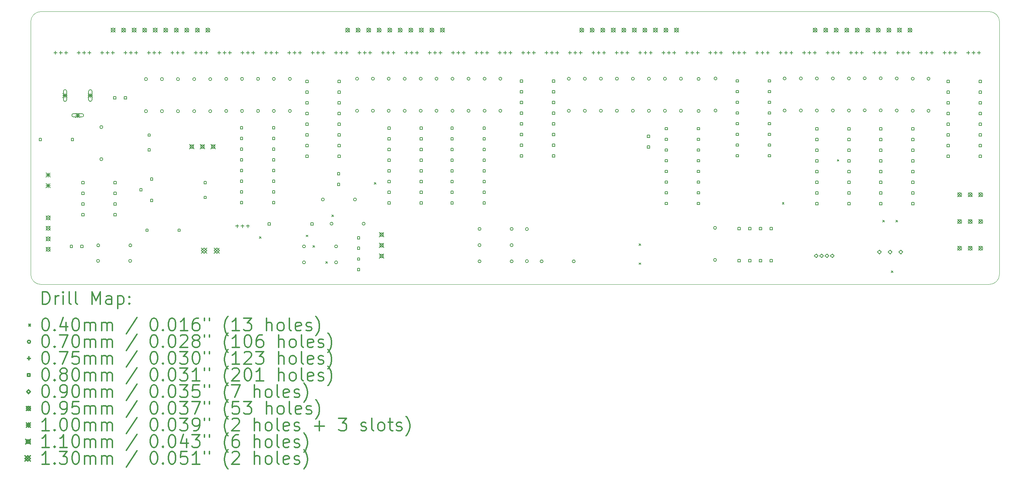
<source format=gbr>
%FSLAX45Y45*%
G04 Gerber Fmt 4.5, Leading zero omitted, Abs format (unit mm)*
G04 Created by KiCad (PCBNEW 5.1.9+dfsg1-1+deb11u1) date 2023-01-27 08:10:27*
%MOMM*%
%LPD*%
G01*
G04 APERTURE LIST*
%TA.AperFunction,Profile*%
%ADD10C,0.050000*%
%TD*%
%ADD11C,0.200000*%
%ADD12C,0.300000*%
G04 APERTURE END LIST*
D10*
X9690000Y-12195000D02*
X32190000Y-12195000D01*
X9445000Y-18435000D02*
X9445000Y-12440000D01*
X32190000Y-18680000D02*
X9690000Y-18680000D01*
X32435000Y-12440000D02*
X32435000Y-18435000D01*
X32190000Y-12195000D02*
G75*
G02*
X32435000Y-12440000I0J-245000D01*
G01*
X32435000Y-18435000D02*
G75*
G02*
X32190000Y-18680000I-245000J0D01*
G01*
X9690000Y-18680000D02*
G75*
G02*
X9445000Y-18435000I0J245000D01*
G01*
X9445000Y-12440000D02*
G75*
G02*
X9690000Y-12195000I245000J0D01*
G01*
D11*
X14875000Y-17545000D02*
X14915000Y-17585000D01*
X14915000Y-17545000D02*
X14875000Y-17585000D01*
X15985000Y-17505000D02*
X16025000Y-17545000D01*
X16025000Y-17505000D02*
X15985000Y-17545000D01*
X16145000Y-17755000D02*
X16185000Y-17795000D01*
X16185000Y-17755000D02*
X16145000Y-17795000D01*
X16445000Y-18135000D02*
X16485000Y-18175000D01*
X16485000Y-18135000D02*
X16445000Y-18175000D01*
X16590000Y-17025000D02*
X16630000Y-17065000D01*
X16630000Y-17025000D02*
X16590000Y-17065000D01*
X17600000Y-16255000D02*
X17640000Y-16295000D01*
X17640000Y-16255000D02*
X17600000Y-16295000D01*
X23880000Y-17715000D02*
X23920000Y-17755000D01*
X23920000Y-17715000D02*
X23880000Y-17755000D01*
X23880000Y-18165000D02*
X23920000Y-18205000D01*
X23920000Y-18165000D02*
X23880000Y-18205000D01*
X27280000Y-16730000D02*
X27320000Y-16770000D01*
X27320000Y-16730000D02*
X27280000Y-16770000D01*
X28585000Y-15710000D02*
X28625000Y-15750000D01*
X28625000Y-15710000D02*
X28585000Y-15750000D01*
X29665000Y-17155000D02*
X29705000Y-17195000D01*
X29705000Y-17155000D02*
X29665000Y-17195000D01*
X29865000Y-18355000D02*
X29905000Y-18395000D01*
X29905000Y-18355000D02*
X29865000Y-18395000D01*
X29980000Y-17155000D02*
X30020000Y-17195000D01*
X30020000Y-17155000D02*
X29980000Y-17195000D01*
X11078000Y-18120000D02*
G75*
G03*
X11078000Y-18120000I-35000J0D01*
G01*
X11083000Y-17750000D02*
G75*
G03*
X11083000Y-17750000I-35000J0D01*
G01*
X11155000Y-14940000D02*
G75*
G03*
X11155000Y-14940000I-35000J0D01*
G01*
X11155000Y-15702000D02*
G75*
G03*
X11155000Y-15702000I-35000J0D01*
G01*
X11840000Y-18120000D02*
G75*
G03*
X11840000Y-18120000I-35000J0D01*
G01*
X11845000Y-17750000D02*
G75*
G03*
X11845000Y-17750000I-35000J0D01*
G01*
X12215000Y-13800000D02*
G75*
G03*
X12215000Y-13800000I-35000J0D01*
G01*
X12215000Y-14562000D02*
G75*
G03*
X12215000Y-14562000I-35000J0D01*
G01*
X12595000Y-13800000D02*
G75*
G03*
X12595000Y-13800000I-35000J0D01*
G01*
X12595000Y-14562000D02*
G75*
G03*
X12595000Y-14562000I-35000J0D01*
G01*
X12975000Y-13800000D02*
G75*
G03*
X12975000Y-13800000I-35000J0D01*
G01*
X12975000Y-14562000D02*
G75*
G03*
X12975000Y-14562000I-35000J0D01*
G01*
X13360000Y-13800000D02*
G75*
G03*
X13360000Y-13800000I-35000J0D01*
G01*
X13360000Y-14562000D02*
G75*
G03*
X13360000Y-14562000I-35000J0D01*
G01*
X13740000Y-13800000D02*
G75*
G03*
X13740000Y-13800000I-35000J0D01*
G01*
X13740000Y-14562000D02*
G75*
G03*
X13740000Y-14562000I-35000J0D01*
G01*
X14120000Y-13795000D02*
G75*
G03*
X14120000Y-13795000I-35000J0D01*
G01*
X14120000Y-14557000D02*
G75*
G03*
X14120000Y-14557000I-35000J0D01*
G01*
X14495000Y-13795000D02*
G75*
G03*
X14495000Y-13795000I-35000J0D01*
G01*
X14495000Y-14557000D02*
G75*
G03*
X14495000Y-14557000I-35000J0D01*
G01*
X14875000Y-13795000D02*
G75*
G03*
X14875000Y-13795000I-35000J0D01*
G01*
X14875000Y-14557000D02*
G75*
G03*
X14875000Y-14557000I-35000J0D01*
G01*
X15250000Y-13795000D02*
G75*
G03*
X15250000Y-13795000I-35000J0D01*
G01*
X15250000Y-14557000D02*
G75*
G03*
X15250000Y-14557000I-35000J0D01*
G01*
X15630000Y-13795000D02*
G75*
G03*
X15630000Y-13795000I-35000J0D01*
G01*
X15630000Y-14557000D02*
G75*
G03*
X15630000Y-14557000I-35000J0D01*
G01*
X15965000Y-17775000D02*
G75*
G03*
X15965000Y-17775000I-35000J0D01*
G01*
X15965000Y-18155000D02*
G75*
G03*
X15965000Y-18155000I-35000J0D01*
G01*
X16413000Y-16660000D02*
G75*
G03*
X16413000Y-16660000I-35000J0D01*
G01*
X16618000Y-17235000D02*
G75*
G03*
X16618000Y-17235000I-35000J0D01*
G01*
X16727000Y-17775000D02*
G75*
G03*
X16727000Y-17775000I-35000J0D01*
G01*
X16727000Y-18155000D02*
G75*
G03*
X16727000Y-18155000I-35000J0D01*
G01*
X17175000Y-16660000D02*
G75*
G03*
X17175000Y-16660000I-35000J0D01*
G01*
X17225000Y-13790000D02*
G75*
G03*
X17225000Y-13790000I-35000J0D01*
G01*
X17225000Y-14552000D02*
G75*
G03*
X17225000Y-14552000I-35000J0D01*
G01*
X17380000Y-17235000D02*
G75*
G03*
X17380000Y-17235000I-35000J0D01*
G01*
X17600000Y-13790000D02*
G75*
G03*
X17600000Y-13790000I-35000J0D01*
G01*
X17600000Y-14552000D02*
G75*
G03*
X17600000Y-14552000I-35000J0D01*
G01*
X17975000Y-13790000D02*
G75*
G03*
X17975000Y-13790000I-35000J0D01*
G01*
X17975000Y-14552000D02*
G75*
G03*
X17975000Y-14552000I-35000J0D01*
G01*
X18355000Y-13790000D02*
G75*
G03*
X18355000Y-13790000I-35000J0D01*
G01*
X18355000Y-14552000D02*
G75*
G03*
X18355000Y-14552000I-35000J0D01*
G01*
X18735000Y-13790000D02*
G75*
G03*
X18735000Y-13790000I-35000J0D01*
G01*
X18735000Y-14552000D02*
G75*
G03*
X18735000Y-14552000I-35000J0D01*
G01*
X19110000Y-13790000D02*
G75*
G03*
X19110000Y-13790000I-35000J0D01*
G01*
X19110000Y-14552000D02*
G75*
G03*
X19110000Y-14552000I-35000J0D01*
G01*
X19490000Y-13790000D02*
G75*
G03*
X19490000Y-13790000I-35000J0D01*
G01*
X19490000Y-14552000D02*
G75*
G03*
X19490000Y-14552000I-35000J0D01*
G01*
X19870000Y-13790000D02*
G75*
G03*
X19870000Y-13790000I-35000J0D01*
G01*
X19870000Y-14552000D02*
G75*
G03*
X19870000Y-14552000I-35000J0D01*
G01*
X20130000Y-17360000D02*
G75*
G03*
X20130000Y-17360000I-35000J0D01*
G01*
X20130000Y-17745000D02*
G75*
G03*
X20130000Y-17745000I-35000J0D01*
G01*
X20130000Y-18130000D02*
G75*
G03*
X20130000Y-18130000I-35000J0D01*
G01*
X20250000Y-13790000D02*
G75*
G03*
X20250000Y-13790000I-35000J0D01*
G01*
X20250000Y-14552000D02*
G75*
G03*
X20250000Y-14552000I-35000J0D01*
G01*
X20625000Y-13790000D02*
G75*
G03*
X20625000Y-13790000I-35000J0D01*
G01*
X20625000Y-14552000D02*
G75*
G03*
X20625000Y-14552000I-35000J0D01*
G01*
X20892000Y-17360000D02*
G75*
G03*
X20892000Y-17360000I-35000J0D01*
G01*
X20892000Y-17745000D02*
G75*
G03*
X20892000Y-17745000I-35000J0D01*
G01*
X20892000Y-18130000D02*
G75*
G03*
X20892000Y-18130000I-35000J0D01*
G01*
X21255000Y-17363000D02*
G75*
G03*
X21255000Y-17363000I-35000J0D01*
G01*
X21255000Y-18125000D02*
G75*
G03*
X21255000Y-18125000I-35000J0D01*
G01*
X21605000Y-18130000D02*
G75*
G03*
X21605000Y-18130000I-35000J0D01*
G01*
X22250000Y-13790000D02*
G75*
G03*
X22250000Y-13790000I-35000J0D01*
G01*
X22250000Y-14552000D02*
G75*
G03*
X22250000Y-14552000I-35000J0D01*
G01*
X22367000Y-18130000D02*
G75*
G03*
X22367000Y-18130000I-35000J0D01*
G01*
X22630000Y-13790000D02*
G75*
G03*
X22630000Y-13790000I-35000J0D01*
G01*
X22630000Y-14552000D02*
G75*
G03*
X22630000Y-14552000I-35000J0D01*
G01*
X23010000Y-13790000D02*
G75*
G03*
X23010000Y-13790000I-35000J0D01*
G01*
X23010000Y-14552000D02*
G75*
G03*
X23010000Y-14552000I-35000J0D01*
G01*
X23390000Y-13790000D02*
G75*
G03*
X23390000Y-13790000I-35000J0D01*
G01*
X23390000Y-14552000D02*
G75*
G03*
X23390000Y-14552000I-35000J0D01*
G01*
X23770000Y-13790000D02*
G75*
G03*
X23770000Y-13790000I-35000J0D01*
G01*
X23770000Y-14552000D02*
G75*
G03*
X23770000Y-14552000I-35000J0D01*
G01*
X24150000Y-13790000D02*
G75*
G03*
X24150000Y-13790000I-35000J0D01*
G01*
X24150000Y-14552000D02*
G75*
G03*
X24150000Y-14552000I-35000J0D01*
G01*
X24530000Y-13790000D02*
G75*
G03*
X24530000Y-13790000I-35000J0D01*
G01*
X24530000Y-14552000D02*
G75*
G03*
X24530000Y-14552000I-35000J0D01*
G01*
X24910000Y-13790000D02*
G75*
G03*
X24910000Y-13790000I-35000J0D01*
G01*
X24910000Y-14552000D02*
G75*
G03*
X24910000Y-14552000I-35000J0D01*
G01*
X25330000Y-13795000D02*
G75*
G03*
X25330000Y-13795000I-35000J0D01*
G01*
X25330000Y-14557000D02*
G75*
G03*
X25330000Y-14557000I-35000J0D01*
G01*
X25720000Y-17335000D02*
G75*
G03*
X25720000Y-17335000I-35000J0D01*
G01*
X25720000Y-18097000D02*
G75*
G03*
X25720000Y-18097000I-35000J0D01*
G01*
X25730000Y-13785000D02*
G75*
G03*
X25730000Y-13785000I-35000J0D01*
G01*
X25730000Y-14547000D02*
G75*
G03*
X25730000Y-14547000I-35000J0D01*
G01*
X27370000Y-13785000D02*
G75*
G03*
X27370000Y-13785000I-35000J0D01*
G01*
X27370000Y-14547000D02*
G75*
G03*
X27370000Y-14547000I-35000J0D01*
G01*
X27755000Y-13785000D02*
G75*
G03*
X27755000Y-13785000I-35000J0D01*
G01*
X27755000Y-14547000D02*
G75*
G03*
X27755000Y-14547000I-35000J0D01*
G01*
X28135000Y-13785000D02*
G75*
G03*
X28135000Y-13785000I-35000J0D01*
G01*
X28135000Y-14547000D02*
G75*
G03*
X28135000Y-14547000I-35000J0D01*
G01*
X28515000Y-13785000D02*
G75*
G03*
X28515000Y-13785000I-35000J0D01*
G01*
X28515000Y-14547000D02*
G75*
G03*
X28515000Y-14547000I-35000J0D01*
G01*
X28895000Y-13785000D02*
G75*
G03*
X28895000Y-13785000I-35000J0D01*
G01*
X28895000Y-14547000D02*
G75*
G03*
X28895000Y-14547000I-35000J0D01*
G01*
X29270000Y-13780000D02*
G75*
G03*
X29270000Y-13780000I-35000J0D01*
G01*
X29270000Y-14542000D02*
G75*
G03*
X29270000Y-14542000I-35000J0D01*
G01*
X29650000Y-13780000D02*
G75*
G03*
X29650000Y-13780000I-35000J0D01*
G01*
X29650000Y-14542000D02*
G75*
G03*
X29650000Y-14542000I-35000J0D01*
G01*
X30030000Y-13785000D02*
G75*
G03*
X30030000Y-13785000I-35000J0D01*
G01*
X30030000Y-14547000D02*
G75*
G03*
X30030000Y-14547000I-35000J0D01*
G01*
X30410000Y-13790000D02*
G75*
G03*
X30410000Y-13790000I-35000J0D01*
G01*
X30410000Y-14552000D02*
G75*
G03*
X30410000Y-14552000I-35000J0D01*
G01*
X30785000Y-13790000D02*
G75*
G03*
X30785000Y-13790000I-35000J0D01*
G01*
X30785000Y-14552000D02*
G75*
G03*
X30785000Y-14552000I-35000J0D01*
G01*
X10031000Y-13132500D02*
X10031000Y-13207500D01*
X9993500Y-13170000D02*
X10068500Y-13170000D01*
X10158000Y-13132500D02*
X10158000Y-13207500D01*
X10120500Y-13170000D02*
X10195500Y-13170000D01*
X10285000Y-13132500D02*
X10285000Y-13207500D01*
X10247500Y-13170000D02*
X10322500Y-13170000D01*
X10586000Y-13132500D02*
X10586000Y-13207500D01*
X10548500Y-13170000D02*
X10623500Y-13170000D01*
X10713000Y-13132500D02*
X10713000Y-13207500D01*
X10675500Y-13170000D02*
X10750500Y-13170000D01*
X10840000Y-13132500D02*
X10840000Y-13207500D01*
X10802500Y-13170000D02*
X10877500Y-13170000D01*
X11141000Y-13132500D02*
X11141000Y-13207500D01*
X11103500Y-13170000D02*
X11178500Y-13170000D01*
X11268000Y-13132500D02*
X11268000Y-13207500D01*
X11230500Y-13170000D02*
X11305500Y-13170000D01*
X11395000Y-13132500D02*
X11395000Y-13207500D01*
X11357500Y-13170000D02*
X11432500Y-13170000D01*
X11696000Y-13132500D02*
X11696000Y-13207500D01*
X11658500Y-13170000D02*
X11733500Y-13170000D01*
X11823000Y-13132500D02*
X11823000Y-13207500D01*
X11785500Y-13170000D02*
X11860500Y-13170000D01*
X11950000Y-13132500D02*
X11950000Y-13207500D01*
X11912500Y-13170000D02*
X11987500Y-13170000D01*
X12251000Y-13132500D02*
X12251000Y-13207500D01*
X12213500Y-13170000D02*
X12288500Y-13170000D01*
X12378000Y-13132500D02*
X12378000Y-13207500D01*
X12340500Y-13170000D02*
X12415500Y-13170000D01*
X12505000Y-13132500D02*
X12505000Y-13207500D01*
X12467500Y-13170000D02*
X12542500Y-13170000D01*
X12806000Y-13132500D02*
X12806000Y-13207500D01*
X12768500Y-13170000D02*
X12843500Y-13170000D01*
X12933000Y-13132500D02*
X12933000Y-13207500D01*
X12895500Y-13170000D02*
X12970500Y-13170000D01*
X13060000Y-13132500D02*
X13060000Y-13207500D01*
X13022500Y-13170000D02*
X13097500Y-13170000D01*
X13361000Y-13132500D02*
X13361000Y-13207500D01*
X13323500Y-13170000D02*
X13398500Y-13170000D01*
X13488000Y-13132500D02*
X13488000Y-13207500D01*
X13450500Y-13170000D02*
X13525500Y-13170000D01*
X13615000Y-13132500D02*
X13615000Y-13207500D01*
X13577500Y-13170000D02*
X13652500Y-13170000D01*
X13916000Y-13132500D02*
X13916000Y-13207500D01*
X13878500Y-13170000D02*
X13953500Y-13170000D01*
X14043000Y-13132500D02*
X14043000Y-13207500D01*
X14005500Y-13170000D02*
X14080500Y-13170000D01*
X14170000Y-13132500D02*
X14170000Y-13207500D01*
X14132500Y-13170000D02*
X14207500Y-13170000D01*
X14346000Y-17252500D02*
X14346000Y-17327500D01*
X14308500Y-17290000D02*
X14383500Y-17290000D01*
X14471000Y-13132500D02*
X14471000Y-13207500D01*
X14433500Y-13170000D02*
X14508500Y-13170000D01*
X14473000Y-17252500D02*
X14473000Y-17327500D01*
X14435500Y-17290000D02*
X14510500Y-17290000D01*
X14598000Y-13132500D02*
X14598000Y-13207500D01*
X14560500Y-13170000D02*
X14635500Y-13170000D01*
X14600000Y-17252500D02*
X14600000Y-17327500D01*
X14562500Y-17290000D02*
X14637500Y-17290000D01*
X14725000Y-13132500D02*
X14725000Y-13207500D01*
X14687500Y-13170000D02*
X14762500Y-13170000D01*
X15026000Y-13132500D02*
X15026000Y-13207500D01*
X14988500Y-13170000D02*
X15063500Y-13170000D01*
X15153000Y-13132500D02*
X15153000Y-13207500D01*
X15115500Y-13170000D02*
X15190500Y-13170000D01*
X15280000Y-13132500D02*
X15280000Y-13207500D01*
X15242500Y-13170000D02*
X15317500Y-13170000D01*
X15581000Y-13132500D02*
X15581000Y-13207500D01*
X15543500Y-13170000D02*
X15618500Y-13170000D01*
X15708000Y-13132500D02*
X15708000Y-13207500D01*
X15670500Y-13170000D02*
X15745500Y-13170000D01*
X15835000Y-13132500D02*
X15835000Y-13207500D01*
X15797500Y-13170000D02*
X15872500Y-13170000D01*
X16136000Y-13132500D02*
X16136000Y-13207500D01*
X16098500Y-13170000D02*
X16173500Y-13170000D01*
X16263000Y-13132500D02*
X16263000Y-13207500D01*
X16225500Y-13170000D02*
X16300500Y-13170000D01*
X16390000Y-13132500D02*
X16390000Y-13207500D01*
X16352500Y-13170000D02*
X16427500Y-13170000D01*
X16691000Y-13132500D02*
X16691000Y-13207500D01*
X16653500Y-13170000D02*
X16728500Y-13170000D01*
X16818000Y-13132500D02*
X16818000Y-13207500D01*
X16780500Y-13170000D02*
X16855500Y-13170000D01*
X16945000Y-13132500D02*
X16945000Y-13207500D01*
X16907500Y-13170000D02*
X16982500Y-13170000D01*
X17246000Y-13132500D02*
X17246000Y-13207500D01*
X17208500Y-13170000D02*
X17283500Y-13170000D01*
X17373000Y-13132500D02*
X17373000Y-13207500D01*
X17335500Y-13170000D02*
X17410500Y-13170000D01*
X17500000Y-13132500D02*
X17500000Y-13207500D01*
X17462500Y-13170000D02*
X17537500Y-13170000D01*
X17801000Y-13132500D02*
X17801000Y-13207500D01*
X17763500Y-13170000D02*
X17838500Y-13170000D01*
X17928000Y-13132500D02*
X17928000Y-13207500D01*
X17890500Y-13170000D02*
X17965500Y-13170000D01*
X18055000Y-13132500D02*
X18055000Y-13207500D01*
X18017500Y-13170000D02*
X18092500Y-13170000D01*
X18356000Y-13132500D02*
X18356000Y-13207500D01*
X18318500Y-13170000D02*
X18393500Y-13170000D01*
X18483000Y-13132500D02*
X18483000Y-13207500D01*
X18445500Y-13170000D02*
X18520500Y-13170000D01*
X18610000Y-13132500D02*
X18610000Y-13207500D01*
X18572500Y-13170000D02*
X18647500Y-13170000D01*
X18911000Y-13132500D02*
X18911000Y-13207500D01*
X18873500Y-13170000D02*
X18948500Y-13170000D01*
X19038000Y-13132500D02*
X19038000Y-13207500D01*
X19000500Y-13170000D02*
X19075500Y-13170000D01*
X19165000Y-13132500D02*
X19165000Y-13207500D01*
X19127500Y-13170000D02*
X19202500Y-13170000D01*
X19466000Y-13132500D02*
X19466000Y-13207500D01*
X19428500Y-13170000D02*
X19503500Y-13170000D01*
X19593000Y-13132500D02*
X19593000Y-13207500D01*
X19555500Y-13170000D02*
X19630500Y-13170000D01*
X19720000Y-13132500D02*
X19720000Y-13207500D01*
X19682500Y-13170000D02*
X19757500Y-13170000D01*
X20021000Y-13132500D02*
X20021000Y-13207500D01*
X19983500Y-13170000D02*
X20058500Y-13170000D01*
X20148000Y-13132500D02*
X20148000Y-13207500D01*
X20110500Y-13170000D02*
X20185500Y-13170000D01*
X20275000Y-13132500D02*
X20275000Y-13207500D01*
X20237500Y-13170000D02*
X20312500Y-13170000D01*
X20576000Y-13132500D02*
X20576000Y-13207500D01*
X20538500Y-13170000D02*
X20613500Y-13170000D01*
X20703000Y-13132500D02*
X20703000Y-13207500D01*
X20665500Y-13170000D02*
X20740500Y-13170000D01*
X20830000Y-13132500D02*
X20830000Y-13207500D01*
X20792500Y-13170000D02*
X20867500Y-13170000D01*
X21131000Y-13132500D02*
X21131000Y-13207500D01*
X21093500Y-13170000D02*
X21168500Y-13170000D01*
X21258000Y-13132500D02*
X21258000Y-13207500D01*
X21220500Y-13170000D02*
X21295500Y-13170000D01*
X21385000Y-13132500D02*
X21385000Y-13207500D01*
X21347500Y-13170000D02*
X21422500Y-13170000D01*
X21686000Y-13132500D02*
X21686000Y-13207500D01*
X21648500Y-13170000D02*
X21723500Y-13170000D01*
X21813000Y-13132500D02*
X21813000Y-13207500D01*
X21775500Y-13170000D02*
X21850500Y-13170000D01*
X21940000Y-13132500D02*
X21940000Y-13207500D01*
X21902500Y-13170000D02*
X21977500Y-13170000D01*
X22241000Y-13132500D02*
X22241000Y-13207500D01*
X22203500Y-13170000D02*
X22278500Y-13170000D01*
X22368000Y-13132500D02*
X22368000Y-13207500D01*
X22330500Y-13170000D02*
X22405500Y-13170000D01*
X22495000Y-13132500D02*
X22495000Y-13207500D01*
X22457500Y-13170000D02*
X22532500Y-13170000D01*
X22796000Y-13132500D02*
X22796000Y-13207500D01*
X22758500Y-13170000D02*
X22833500Y-13170000D01*
X22923000Y-13132500D02*
X22923000Y-13207500D01*
X22885500Y-13170000D02*
X22960500Y-13170000D01*
X23050000Y-13132500D02*
X23050000Y-13207500D01*
X23012500Y-13170000D02*
X23087500Y-13170000D01*
X23351000Y-13132500D02*
X23351000Y-13207500D01*
X23313500Y-13170000D02*
X23388500Y-13170000D01*
X23478000Y-13132500D02*
X23478000Y-13207500D01*
X23440500Y-13170000D02*
X23515500Y-13170000D01*
X23605000Y-13132500D02*
X23605000Y-13207500D01*
X23567500Y-13170000D02*
X23642500Y-13170000D01*
X23906000Y-13132500D02*
X23906000Y-13207500D01*
X23868500Y-13170000D02*
X23943500Y-13170000D01*
X24033000Y-13132500D02*
X24033000Y-13207500D01*
X23995500Y-13170000D02*
X24070500Y-13170000D01*
X24160000Y-13132500D02*
X24160000Y-13207500D01*
X24122500Y-13170000D02*
X24197500Y-13170000D01*
X24461000Y-13132500D02*
X24461000Y-13207500D01*
X24423500Y-13170000D02*
X24498500Y-13170000D01*
X24588000Y-13132500D02*
X24588000Y-13207500D01*
X24550500Y-13170000D02*
X24625500Y-13170000D01*
X24715000Y-13132500D02*
X24715000Y-13207500D01*
X24677500Y-13170000D02*
X24752500Y-13170000D01*
X25016000Y-13132500D02*
X25016000Y-13207500D01*
X24978500Y-13170000D02*
X25053500Y-13170000D01*
X25143000Y-13132500D02*
X25143000Y-13207500D01*
X25105500Y-13170000D02*
X25180500Y-13170000D01*
X25270000Y-13132500D02*
X25270000Y-13207500D01*
X25232500Y-13170000D02*
X25307500Y-13170000D01*
X25571000Y-13132500D02*
X25571000Y-13207500D01*
X25533500Y-13170000D02*
X25608500Y-13170000D01*
X25698000Y-13132500D02*
X25698000Y-13207500D01*
X25660500Y-13170000D02*
X25735500Y-13170000D01*
X25825000Y-13132500D02*
X25825000Y-13207500D01*
X25787500Y-13170000D02*
X25862500Y-13170000D01*
X26126000Y-13132500D02*
X26126000Y-13207500D01*
X26088500Y-13170000D02*
X26163500Y-13170000D01*
X26253000Y-13132500D02*
X26253000Y-13207500D01*
X26215500Y-13170000D02*
X26290500Y-13170000D01*
X26380000Y-13132500D02*
X26380000Y-13207500D01*
X26342500Y-13170000D02*
X26417500Y-13170000D01*
X26683000Y-13132500D02*
X26683000Y-13207500D01*
X26645500Y-13170000D02*
X26720500Y-13170000D01*
X26810000Y-13132500D02*
X26810000Y-13207500D01*
X26772500Y-13170000D02*
X26847500Y-13170000D01*
X26937000Y-13132500D02*
X26937000Y-13207500D01*
X26899500Y-13170000D02*
X26974500Y-13170000D01*
X27241000Y-13132500D02*
X27241000Y-13207500D01*
X27203500Y-13170000D02*
X27278500Y-13170000D01*
X27368000Y-13132500D02*
X27368000Y-13207500D01*
X27330500Y-13170000D02*
X27405500Y-13170000D01*
X27495000Y-13132500D02*
X27495000Y-13207500D01*
X27457500Y-13170000D02*
X27532500Y-13170000D01*
X27798000Y-13132500D02*
X27798000Y-13207500D01*
X27760500Y-13170000D02*
X27835500Y-13170000D01*
X27925000Y-13132500D02*
X27925000Y-13207500D01*
X27887500Y-13170000D02*
X27962500Y-13170000D01*
X28052000Y-13132500D02*
X28052000Y-13207500D01*
X28014500Y-13170000D02*
X28089500Y-13170000D01*
X28356000Y-13132500D02*
X28356000Y-13207500D01*
X28318500Y-13170000D02*
X28393500Y-13170000D01*
X28483000Y-13132500D02*
X28483000Y-13207500D01*
X28445500Y-13170000D02*
X28520500Y-13170000D01*
X28610000Y-13132500D02*
X28610000Y-13207500D01*
X28572500Y-13170000D02*
X28647500Y-13170000D01*
X28911000Y-13132500D02*
X28911000Y-13207500D01*
X28873500Y-13170000D02*
X28948500Y-13170000D01*
X29038000Y-13132500D02*
X29038000Y-13207500D01*
X29000500Y-13170000D02*
X29075500Y-13170000D01*
X29165000Y-13132500D02*
X29165000Y-13207500D01*
X29127500Y-13170000D02*
X29202500Y-13170000D01*
X29466000Y-13132500D02*
X29466000Y-13207500D01*
X29428500Y-13170000D02*
X29503500Y-13170000D01*
X29593000Y-13132500D02*
X29593000Y-13207500D01*
X29555500Y-13170000D02*
X29630500Y-13170000D01*
X29720000Y-13132500D02*
X29720000Y-13207500D01*
X29682500Y-13170000D02*
X29757500Y-13170000D01*
X30021000Y-13132500D02*
X30021000Y-13207500D01*
X29983500Y-13170000D02*
X30058500Y-13170000D01*
X30148000Y-13132500D02*
X30148000Y-13207500D01*
X30110500Y-13170000D02*
X30185500Y-13170000D01*
X30275000Y-13132500D02*
X30275000Y-13207500D01*
X30237500Y-13170000D02*
X30312500Y-13170000D01*
X30576000Y-13132500D02*
X30576000Y-13207500D01*
X30538500Y-13170000D02*
X30613500Y-13170000D01*
X30703000Y-13132500D02*
X30703000Y-13207500D01*
X30665500Y-13170000D02*
X30740500Y-13170000D01*
X30830000Y-13132500D02*
X30830000Y-13207500D01*
X30792500Y-13170000D02*
X30867500Y-13170000D01*
X31131000Y-13132500D02*
X31131000Y-13207500D01*
X31093500Y-13170000D02*
X31168500Y-13170000D01*
X31258000Y-13132500D02*
X31258000Y-13207500D01*
X31220500Y-13170000D02*
X31295500Y-13170000D01*
X31385000Y-13132500D02*
X31385000Y-13207500D01*
X31347500Y-13170000D02*
X31422500Y-13170000D01*
X31691000Y-13132500D02*
X31691000Y-13207500D01*
X31653500Y-13170000D02*
X31728500Y-13170000D01*
X31818000Y-13132500D02*
X31818000Y-13207500D01*
X31780500Y-13170000D02*
X31855500Y-13170000D01*
X31945000Y-13132500D02*
X31945000Y-13207500D01*
X31907500Y-13170000D02*
X31982500Y-13170000D01*
X9701285Y-15263284D02*
X9701285Y-15206715D01*
X9644716Y-15206715D01*
X9644716Y-15263284D01*
X9701285Y-15263284D01*
X10438285Y-17803285D02*
X10438285Y-17746716D01*
X10381716Y-17746716D01*
X10381716Y-17803285D01*
X10438285Y-17803285D01*
X10463285Y-15263284D02*
X10463285Y-15206715D01*
X10406716Y-15206715D01*
X10406716Y-15263284D01*
X10463285Y-15263284D01*
X10688285Y-17803285D02*
X10688285Y-17746716D01*
X10631716Y-17746716D01*
X10631716Y-17803285D01*
X10688285Y-17803285D01*
X10713285Y-16288284D02*
X10713285Y-16231715D01*
X10656716Y-16231715D01*
X10656716Y-16288284D01*
X10713285Y-16288284D01*
X10713285Y-16542284D02*
X10713285Y-16485715D01*
X10656716Y-16485715D01*
X10656716Y-16542284D01*
X10713285Y-16542284D01*
X10713285Y-16796285D02*
X10713285Y-16739715D01*
X10656716Y-16739715D01*
X10656716Y-16796285D01*
X10713285Y-16796285D01*
X10713285Y-17050285D02*
X10713285Y-16993716D01*
X10656716Y-16993716D01*
X10656716Y-17050285D01*
X10713285Y-17050285D01*
X11468284Y-14273284D02*
X11468284Y-14216715D01*
X11411715Y-14216715D01*
X11411715Y-14273284D01*
X11468284Y-14273284D01*
X11475284Y-16288284D02*
X11475284Y-16231715D01*
X11418715Y-16231715D01*
X11418715Y-16288284D01*
X11475284Y-16288284D01*
X11475284Y-16542284D02*
X11475284Y-16485715D01*
X11418715Y-16485715D01*
X11418715Y-16542284D01*
X11475284Y-16542284D01*
X11475284Y-16796285D02*
X11475284Y-16739715D01*
X11418715Y-16739715D01*
X11418715Y-16796285D01*
X11475284Y-16796285D01*
X11475284Y-17050285D02*
X11475284Y-16993716D01*
X11418715Y-16993716D01*
X11418715Y-17050285D01*
X11475284Y-17050285D01*
X11718284Y-14273284D02*
X11718284Y-14216715D01*
X11661715Y-14216715D01*
X11661715Y-14273284D01*
X11718284Y-14273284D01*
X12089284Y-16457284D02*
X12089284Y-16400715D01*
X12032715Y-16400715D01*
X12032715Y-16457284D01*
X12089284Y-16457284D01*
X12233284Y-17418285D02*
X12233284Y-17361716D01*
X12176715Y-17361716D01*
X12176715Y-17418285D01*
X12233284Y-17418285D01*
X12283284Y-15158284D02*
X12283284Y-15101715D01*
X12226715Y-15101715D01*
X12226715Y-15158284D01*
X12283284Y-15158284D01*
X12283284Y-15508284D02*
X12283284Y-15451715D01*
X12226715Y-15451715D01*
X12226715Y-15508284D01*
X12283284Y-15508284D01*
X12343284Y-16203284D02*
X12343284Y-16146715D01*
X12286715Y-16146715D01*
X12286715Y-16203284D01*
X12343284Y-16203284D01*
X12343284Y-16711284D02*
X12343284Y-16654715D01*
X12286715Y-16654715D01*
X12286715Y-16711284D01*
X12343284Y-16711284D01*
X12995284Y-17418285D02*
X12995284Y-17361716D01*
X12938715Y-17361716D01*
X12938715Y-17418285D01*
X12995284Y-17418285D01*
X13613284Y-16288284D02*
X13613284Y-16231715D01*
X13556715Y-16231715D01*
X13556715Y-16288284D01*
X13613284Y-16288284D01*
X13613284Y-16638284D02*
X13613284Y-16581715D01*
X13556715Y-16581715D01*
X13556715Y-16638284D01*
X13613284Y-16638284D01*
X14476284Y-14985284D02*
X14476284Y-14928715D01*
X14419715Y-14928715D01*
X14419715Y-14985284D01*
X14476284Y-14985284D01*
X14476284Y-15239284D02*
X14476284Y-15182715D01*
X14419715Y-15182715D01*
X14419715Y-15239284D01*
X14476284Y-15239284D01*
X14476284Y-15493284D02*
X14476284Y-15436715D01*
X14419715Y-15436715D01*
X14419715Y-15493284D01*
X14476284Y-15493284D01*
X14476284Y-15747284D02*
X14476284Y-15690715D01*
X14419715Y-15690715D01*
X14419715Y-15747284D01*
X14476284Y-15747284D01*
X14476284Y-16001284D02*
X14476284Y-15944715D01*
X14419715Y-15944715D01*
X14419715Y-16001284D01*
X14476284Y-16001284D01*
X14476284Y-16255284D02*
X14476284Y-16198715D01*
X14419715Y-16198715D01*
X14419715Y-16255284D01*
X14476284Y-16255284D01*
X14476284Y-16509284D02*
X14476284Y-16452715D01*
X14419715Y-16452715D01*
X14419715Y-16509284D01*
X14476284Y-16509284D01*
X14476284Y-16763284D02*
X14476284Y-16706715D01*
X14419715Y-16706715D01*
X14419715Y-16763284D01*
X14476284Y-16763284D01*
X15133284Y-17268285D02*
X15133284Y-17211716D01*
X15076715Y-17211716D01*
X15076715Y-17268285D01*
X15133284Y-17268285D01*
X15238284Y-14985284D02*
X15238284Y-14928715D01*
X15181715Y-14928715D01*
X15181715Y-14985284D01*
X15238284Y-14985284D01*
X15238284Y-15239284D02*
X15238284Y-15182715D01*
X15181715Y-15182715D01*
X15181715Y-15239284D01*
X15238284Y-15239284D01*
X15238284Y-15493284D02*
X15238284Y-15436715D01*
X15181715Y-15436715D01*
X15181715Y-15493284D01*
X15238284Y-15493284D01*
X15238284Y-15747284D02*
X15238284Y-15690715D01*
X15181715Y-15690715D01*
X15181715Y-15747284D01*
X15238284Y-15747284D01*
X15238284Y-16001284D02*
X15238284Y-15944715D01*
X15181715Y-15944715D01*
X15181715Y-16001284D01*
X15238284Y-16001284D01*
X15238284Y-16255284D02*
X15238284Y-16198715D01*
X15181715Y-16198715D01*
X15181715Y-16255284D01*
X15238284Y-16255284D01*
X15238284Y-16509284D02*
X15238284Y-16452715D01*
X15181715Y-16452715D01*
X15181715Y-16509284D01*
X15238284Y-16509284D01*
X15238284Y-16763284D02*
X15238284Y-16706715D01*
X15181715Y-16706715D01*
X15181715Y-16763284D01*
X15238284Y-16763284D01*
X16031284Y-13885284D02*
X16031284Y-13828715D01*
X15974715Y-13828715D01*
X15974715Y-13885284D01*
X16031284Y-13885284D01*
X16031284Y-14139284D02*
X16031284Y-14082715D01*
X15974715Y-14082715D01*
X15974715Y-14139284D01*
X16031284Y-14139284D01*
X16031284Y-14393284D02*
X16031284Y-14336715D01*
X15974715Y-14336715D01*
X15974715Y-14393284D01*
X16031284Y-14393284D01*
X16031284Y-14647284D02*
X16031284Y-14590715D01*
X15974715Y-14590715D01*
X15974715Y-14647284D01*
X16031284Y-14647284D01*
X16031284Y-14901284D02*
X16031284Y-14844715D01*
X15974715Y-14844715D01*
X15974715Y-14901284D01*
X16031284Y-14901284D01*
X16031284Y-15155284D02*
X16031284Y-15098715D01*
X15974715Y-15098715D01*
X15974715Y-15155284D01*
X16031284Y-15155284D01*
X16031284Y-15409284D02*
X16031284Y-15352715D01*
X15974715Y-15352715D01*
X15974715Y-15409284D01*
X16031284Y-15409284D01*
X16031284Y-15663284D02*
X16031284Y-15606715D01*
X15974715Y-15606715D01*
X15974715Y-15663284D01*
X16031284Y-15663284D01*
X16149284Y-17268285D02*
X16149284Y-17211716D01*
X16092715Y-17211716D01*
X16092715Y-17268285D01*
X16149284Y-17268285D01*
X16778285Y-16078284D02*
X16778285Y-16021715D01*
X16721715Y-16021715D01*
X16721715Y-16078284D01*
X16778285Y-16078284D01*
X16778285Y-16328284D02*
X16778285Y-16271715D01*
X16721715Y-16271715D01*
X16721715Y-16328284D01*
X16778285Y-16328284D01*
X16793285Y-13885284D02*
X16793285Y-13828715D01*
X16736715Y-13828715D01*
X16736715Y-13885284D01*
X16793285Y-13885284D01*
X16793285Y-14139284D02*
X16793285Y-14082715D01*
X16736715Y-14082715D01*
X16736715Y-14139284D01*
X16793285Y-14139284D01*
X16793285Y-14393284D02*
X16793285Y-14336715D01*
X16736715Y-14336715D01*
X16736715Y-14393284D01*
X16793285Y-14393284D01*
X16793285Y-14647284D02*
X16793285Y-14590715D01*
X16736715Y-14590715D01*
X16736715Y-14647284D01*
X16793285Y-14647284D01*
X16793285Y-14901284D02*
X16793285Y-14844715D01*
X16736715Y-14844715D01*
X16736715Y-14901284D01*
X16793285Y-14901284D01*
X16793285Y-15155284D02*
X16793285Y-15098715D01*
X16736715Y-15098715D01*
X16736715Y-15155284D01*
X16793285Y-15155284D01*
X16793285Y-15409284D02*
X16793285Y-15352715D01*
X16736715Y-15352715D01*
X16736715Y-15409284D01*
X16793285Y-15409284D01*
X16793285Y-15663284D02*
X16793285Y-15606715D01*
X16736715Y-15606715D01*
X16736715Y-15663284D01*
X16793285Y-15663284D01*
X17253285Y-17598285D02*
X17253285Y-17541716D01*
X17196716Y-17541716D01*
X17196716Y-17598285D01*
X17253285Y-17598285D01*
X17253285Y-17848285D02*
X17253285Y-17791716D01*
X17196716Y-17791716D01*
X17196716Y-17848285D01*
X17253285Y-17848285D01*
X17253285Y-18103285D02*
X17253285Y-18046716D01*
X17196716Y-18046716D01*
X17196716Y-18103285D01*
X17253285Y-18103285D01*
X17253285Y-18353285D02*
X17253285Y-18296716D01*
X17196716Y-18296716D01*
X17196716Y-18353285D01*
X17253285Y-18353285D01*
X17976285Y-14990284D02*
X17976285Y-14933715D01*
X17919716Y-14933715D01*
X17919716Y-14990284D01*
X17976285Y-14990284D01*
X17976285Y-15244284D02*
X17976285Y-15187715D01*
X17919716Y-15187715D01*
X17919716Y-15244284D01*
X17976285Y-15244284D01*
X17976285Y-15498284D02*
X17976285Y-15441715D01*
X17919716Y-15441715D01*
X17919716Y-15498284D01*
X17976285Y-15498284D01*
X17976285Y-15752284D02*
X17976285Y-15695715D01*
X17919716Y-15695715D01*
X17919716Y-15752284D01*
X17976285Y-15752284D01*
X17976285Y-16006284D02*
X17976285Y-15949715D01*
X17919716Y-15949715D01*
X17919716Y-16006284D01*
X17976285Y-16006284D01*
X17976285Y-16260284D02*
X17976285Y-16203715D01*
X17919716Y-16203715D01*
X17919716Y-16260284D01*
X17976285Y-16260284D01*
X17976285Y-16514284D02*
X17976285Y-16457715D01*
X17919716Y-16457715D01*
X17919716Y-16514284D01*
X17976285Y-16514284D01*
X17976285Y-16768284D02*
X17976285Y-16711715D01*
X17919716Y-16711715D01*
X17919716Y-16768284D01*
X17976285Y-16768284D01*
X18738285Y-14990284D02*
X18738285Y-14933715D01*
X18681716Y-14933715D01*
X18681716Y-14990284D01*
X18738285Y-14990284D01*
X18738285Y-15244284D02*
X18738285Y-15187715D01*
X18681716Y-15187715D01*
X18681716Y-15244284D01*
X18738285Y-15244284D01*
X18738285Y-15498284D02*
X18738285Y-15441715D01*
X18681716Y-15441715D01*
X18681716Y-15498284D01*
X18738285Y-15498284D01*
X18738285Y-15752284D02*
X18738285Y-15695715D01*
X18681716Y-15695715D01*
X18681716Y-15752284D01*
X18738285Y-15752284D01*
X18738285Y-16006284D02*
X18738285Y-15949715D01*
X18681716Y-15949715D01*
X18681716Y-16006284D01*
X18738285Y-16006284D01*
X18738285Y-16260284D02*
X18738285Y-16203715D01*
X18681716Y-16203715D01*
X18681716Y-16260284D01*
X18738285Y-16260284D01*
X18738285Y-16514284D02*
X18738285Y-16457715D01*
X18681716Y-16457715D01*
X18681716Y-16514284D01*
X18738285Y-16514284D01*
X18738285Y-16768284D02*
X18738285Y-16711715D01*
X18681716Y-16711715D01*
X18681716Y-16768284D01*
X18738285Y-16768284D01*
X19471285Y-14990284D02*
X19471285Y-14933715D01*
X19414716Y-14933715D01*
X19414716Y-14990284D01*
X19471285Y-14990284D01*
X19471285Y-15244284D02*
X19471285Y-15187715D01*
X19414716Y-15187715D01*
X19414716Y-15244284D01*
X19471285Y-15244284D01*
X19471285Y-15498284D02*
X19471285Y-15441715D01*
X19414716Y-15441715D01*
X19414716Y-15498284D01*
X19471285Y-15498284D01*
X19471285Y-15752284D02*
X19471285Y-15695715D01*
X19414716Y-15695715D01*
X19414716Y-15752284D01*
X19471285Y-15752284D01*
X19471285Y-16006284D02*
X19471285Y-15949715D01*
X19414716Y-15949715D01*
X19414716Y-16006284D01*
X19471285Y-16006284D01*
X19471285Y-16260284D02*
X19471285Y-16203715D01*
X19414716Y-16203715D01*
X19414716Y-16260284D01*
X19471285Y-16260284D01*
X19471285Y-16514284D02*
X19471285Y-16457715D01*
X19414716Y-16457715D01*
X19414716Y-16514284D01*
X19471285Y-16514284D01*
X19471285Y-16768284D02*
X19471285Y-16711715D01*
X19414716Y-16711715D01*
X19414716Y-16768284D01*
X19471285Y-16768284D01*
X20233285Y-14990284D02*
X20233285Y-14933715D01*
X20176716Y-14933715D01*
X20176716Y-14990284D01*
X20233285Y-14990284D01*
X20233285Y-15244284D02*
X20233285Y-15187715D01*
X20176716Y-15187715D01*
X20176716Y-15244284D01*
X20233285Y-15244284D01*
X20233285Y-15498284D02*
X20233285Y-15441715D01*
X20176716Y-15441715D01*
X20176716Y-15498284D01*
X20233285Y-15498284D01*
X20233285Y-15752284D02*
X20233285Y-15695715D01*
X20176716Y-15695715D01*
X20176716Y-15752284D01*
X20233285Y-15752284D01*
X20233285Y-16006284D02*
X20233285Y-15949715D01*
X20176716Y-15949715D01*
X20176716Y-16006284D01*
X20233285Y-16006284D01*
X20233285Y-16260284D02*
X20233285Y-16203715D01*
X20176716Y-16203715D01*
X20176716Y-16260284D01*
X20233285Y-16260284D01*
X20233285Y-16514284D02*
X20233285Y-16457715D01*
X20176716Y-16457715D01*
X20176716Y-16514284D01*
X20233285Y-16514284D01*
X20233285Y-16768284D02*
X20233285Y-16711715D01*
X20176716Y-16711715D01*
X20176716Y-16768284D01*
X20233285Y-16768284D01*
X21116285Y-13875284D02*
X21116285Y-13818715D01*
X21059716Y-13818715D01*
X21059716Y-13875284D01*
X21116285Y-13875284D01*
X21116285Y-14129284D02*
X21116285Y-14072715D01*
X21059716Y-14072715D01*
X21059716Y-14129284D01*
X21116285Y-14129284D01*
X21116285Y-14383284D02*
X21116285Y-14326715D01*
X21059716Y-14326715D01*
X21059716Y-14383284D01*
X21116285Y-14383284D01*
X21116285Y-14637284D02*
X21116285Y-14580715D01*
X21059716Y-14580715D01*
X21059716Y-14637284D01*
X21116285Y-14637284D01*
X21116285Y-14891284D02*
X21116285Y-14834715D01*
X21059716Y-14834715D01*
X21059716Y-14891284D01*
X21116285Y-14891284D01*
X21116285Y-15145284D02*
X21116285Y-15088715D01*
X21059716Y-15088715D01*
X21059716Y-15145284D01*
X21116285Y-15145284D01*
X21116285Y-15399284D02*
X21116285Y-15342715D01*
X21059716Y-15342715D01*
X21059716Y-15399284D01*
X21116285Y-15399284D01*
X21116285Y-15653284D02*
X21116285Y-15596715D01*
X21059716Y-15596715D01*
X21059716Y-15653284D01*
X21116285Y-15653284D01*
X21878285Y-13875284D02*
X21878285Y-13818715D01*
X21821716Y-13818715D01*
X21821716Y-13875284D01*
X21878285Y-13875284D01*
X21878285Y-14129284D02*
X21878285Y-14072715D01*
X21821716Y-14072715D01*
X21821716Y-14129284D01*
X21878285Y-14129284D01*
X21878285Y-14383284D02*
X21878285Y-14326715D01*
X21821716Y-14326715D01*
X21821716Y-14383284D01*
X21878285Y-14383284D01*
X21878285Y-14637284D02*
X21878285Y-14580715D01*
X21821716Y-14580715D01*
X21821716Y-14637284D01*
X21878285Y-14637284D01*
X21878285Y-14891284D02*
X21878285Y-14834715D01*
X21821716Y-14834715D01*
X21821716Y-14891284D01*
X21878285Y-14891284D01*
X21878285Y-15145284D02*
X21878285Y-15088715D01*
X21821716Y-15088715D01*
X21821716Y-15145284D01*
X21878285Y-15145284D01*
X21878285Y-15399284D02*
X21878285Y-15342715D01*
X21821716Y-15342715D01*
X21821716Y-15399284D01*
X21878285Y-15399284D01*
X21878285Y-15653284D02*
X21878285Y-15596715D01*
X21821716Y-15596715D01*
X21821716Y-15653284D01*
X21878285Y-15653284D01*
X24133284Y-15188284D02*
X24133284Y-15131715D01*
X24076715Y-15131715D01*
X24076715Y-15188284D01*
X24133284Y-15188284D01*
X24133284Y-15438284D02*
X24133284Y-15381715D01*
X24076715Y-15381715D01*
X24076715Y-15438284D01*
X24133284Y-15438284D01*
X24556284Y-15005284D02*
X24556284Y-14948715D01*
X24499715Y-14948715D01*
X24499715Y-15005284D01*
X24556284Y-15005284D01*
X24556284Y-15259284D02*
X24556284Y-15202715D01*
X24499715Y-15202715D01*
X24499715Y-15259284D01*
X24556284Y-15259284D01*
X24556284Y-15513284D02*
X24556284Y-15456715D01*
X24499715Y-15456715D01*
X24499715Y-15513284D01*
X24556284Y-15513284D01*
X24556284Y-15767284D02*
X24556284Y-15710715D01*
X24499715Y-15710715D01*
X24499715Y-15767284D01*
X24556284Y-15767284D01*
X24556284Y-16021284D02*
X24556284Y-15964715D01*
X24499715Y-15964715D01*
X24499715Y-16021284D01*
X24556284Y-16021284D01*
X24556284Y-16275284D02*
X24556284Y-16218715D01*
X24499715Y-16218715D01*
X24499715Y-16275284D01*
X24556284Y-16275284D01*
X24556284Y-16529284D02*
X24556284Y-16472715D01*
X24499715Y-16472715D01*
X24499715Y-16529284D01*
X24556284Y-16529284D01*
X24556284Y-16783285D02*
X24556284Y-16726715D01*
X24499715Y-16726715D01*
X24499715Y-16783285D01*
X24556284Y-16783285D01*
X25318284Y-15005284D02*
X25318284Y-14948715D01*
X25261715Y-14948715D01*
X25261715Y-15005284D01*
X25318284Y-15005284D01*
X25318284Y-15259284D02*
X25318284Y-15202715D01*
X25261715Y-15202715D01*
X25261715Y-15259284D01*
X25318284Y-15259284D01*
X25318284Y-15513284D02*
X25318284Y-15456715D01*
X25261715Y-15456715D01*
X25261715Y-15513284D01*
X25318284Y-15513284D01*
X25318284Y-15767284D02*
X25318284Y-15710715D01*
X25261715Y-15710715D01*
X25261715Y-15767284D01*
X25318284Y-15767284D01*
X25318284Y-16021284D02*
X25318284Y-15964715D01*
X25261715Y-15964715D01*
X25261715Y-16021284D01*
X25318284Y-16021284D01*
X25318284Y-16275284D02*
X25318284Y-16218715D01*
X25261715Y-16218715D01*
X25261715Y-16275284D01*
X25318284Y-16275284D01*
X25318284Y-16529284D02*
X25318284Y-16472715D01*
X25261715Y-16472715D01*
X25261715Y-16529284D01*
X25318284Y-16529284D01*
X25318284Y-16783285D02*
X25318284Y-16726715D01*
X25261715Y-16726715D01*
X25261715Y-16783285D01*
X25318284Y-16783285D01*
X26241284Y-13870284D02*
X26241284Y-13813715D01*
X26184715Y-13813715D01*
X26184715Y-13870284D01*
X26241284Y-13870284D01*
X26241284Y-14124284D02*
X26241284Y-14067715D01*
X26184715Y-14067715D01*
X26184715Y-14124284D01*
X26241284Y-14124284D01*
X26241284Y-14378284D02*
X26241284Y-14321715D01*
X26184715Y-14321715D01*
X26184715Y-14378284D01*
X26241284Y-14378284D01*
X26241284Y-14632284D02*
X26241284Y-14575715D01*
X26184715Y-14575715D01*
X26184715Y-14632284D01*
X26241284Y-14632284D01*
X26241284Y-14886284D02*
X26241284Y-14829715D01*
X26184715Y-14829715D01*
X26184715Y-14886284D01*
X26241284Y-14886284D01*
X26241284Y-15140284D02*
X26241284Y-15083715D01*
X26184715Y-15083715D01*
X26184715Y-15140284D01*
X26241284Y-15140284D01*
X26241284Y-15394284D02*
X26241284Y-15337715D01*
X26184715Y-15337715D01*
X26184715Y-15394284D01*
X26241284Y-15394284D01*
X26241284Y-15648284D02*
X26241284Y-15591715D01*
X26184715Y-15591715D01*
X26184715Y-15648284D01*
X26241284Y-15648284D01*
X26281284Y-17378285D02*
X26281284Y-17321716D01*
X26224715Y-17321716D01*
X26224715Y-17378285D01*
X26281284Y-17378285D01*
X26281284Y-18140285D02*
X26281284Y-18083716D01*
X26224715Y-18083716D01*
X26224715Y-18140285D01*
X26281284Y-18140285D01*
X26535284Y-17378285D02*
X26535284Y-17321716D01*
X26478715Y-17321716D01*
X26478715Y-17378285D01*
X26535284Y-17378285D01*
X26535284Y-18140285D02*
X26535284Y-18083716D01*
X26478715Y-18083716D01*
X26478715Y-18140285D01*
X26535284Y-18140285D01*
X26789284Y-17378285D02*
X26789284Y-17321716D01*
X26732715Y-17321716D01*
X26732715Y-17378285D01*
X26789284Y-17378285D01*
X26789284Y-18140285D02*
X26789284Y-18083716D01*
X26732715Y-18083716D01*
X26732715Y-18140285D01*
X26789284Y-18140285D01*
X27003284Y-13870284D02*
X27003284Y-13813715D01*
X26946715Y-13813715D01*
X26946715Y-13870284D01*
X27003284Y-13870284D01*
X27003284Y-14124284D02*
X27003284Y-14067715D01*
X26946715Y-14067715D01*
X26946715Y-14124284D01*
X27003284Y-14124284D01*
X27003284Y-14378284D02*
X27003284Y-14321715D01*
X26946715Y-14321715D01*
X26946715Y-14378284D01*
X27003284Y-14378284D01*
X27003284Y-14632284D02*
X27003284Y-14575715D01*
X26946715Y-14575715D01*
X26946715Y-14632284D01*
X27003284Y-14632284D01*
X27003284Y-14886284D02*
X27003284Y-14829715D01*
X26946715Y-14829715D01*
X26946715Y-14886284D01*
X27003284Y-14886284D01*
X27003284Y-15140284D02*
X27003284Y-15083715D01*
X26946715Y-15083715D01*
X26946715Y-15140284D01*
X27003284Y-15140284D01*
X27003284Y-15394284D02*
X27003284Y-15337715D01*
X26946715Y-15337715D01*
X26946715Y-15394284D01*
X27003284Y-15394284D01*
X27003284Y-15648284D02*
X27003284Y-15591715D01*
X26946715Y-15591715D01*
X26946715Y-15648284D01*
X27003284Y-15648284D01*
X27043284Y-17378285D02*
X27043284Y-17321716D01*
X26986715Y-17321716D01*
X26986715Y-17378285D01*
X27043284Y-17378285D01*
X27043284Y-18140285D02*
X27043284Y-18083716D01*
X26986715Y-18083716D01*
X26986715Y-18140285D01*
X27043284Y-18140285D01*
X28131284Y-15010284D02*
X28131284Y-14953715D01*
X28074715Y-14953715D01*
X28074715Y-15010284D01*
X28131284Y-15010284D01*
X28131284Y-15264284D02*
X28131284Y-15207715D01*
X28074715Y-15207715D01*
X28074715Y-15264284D01*
X28131284Y-15264284D01*
X28131284Y-15518284D02*
X28131284Y-15461715D01*
X28074715Y-15461715D01*
X28074715Y-15518284D01*
X28131284Y-15518284D01*
X28131284Y-15772284D02*
X28131284Y-15715715D01*
X28074715Y-15715715D01*
X28074715Y-15772284D01*
X28131284Y-15772284D01*
X28131284Y-16026284D02*
X28131284Y-15969715D01*
X28074715Y-15969715D01*
X28074715Y-16026284D01*
X28131284Y-16026284D01*
X28131284Y-16280284D02*
X28131284Y-16223715D01*
X28074715Y-16223715D01*
X28074715Y-16280284D01*
X28131284Y-16280284D01*
X28131284Y-16534284D02*
X28131284Y-16477715D01*
X28074715Y-16477715D01*
X28074715Y-16534284D01*
X28131284Y-16534284D01*
X28131284Y-16788285D02*
X28131284Y-16731715D01*
X28074715Y-16731715D01*
X28074715Y-16788285D01*
X28131284Y-16788285D01*
X28893284Y-15010284D02*
X28893284Y-14953715D01*
X28836715Y-14953715D01*
X28836715Y-15010284D01*
X28893284Y-15010284D01*
X28893284Y-15264284D02*
X28893284Y-15207715D01*
X28836715Y-15207715D01*
X28836715Y-15264284D01*
X28893284Y-15264284D01*
X28893284Y-15518284D02*
X28893284Y-15461715D01*
X28836715Y-15461715D01*
X28836715Y-15518284D01*
X28893284Y-15518284D01*
X28893284Y-15772284D02*
X28893284Y-15715715D01*
X28836715Y-15715715D01*
X28836715Y-15772284D01*
X28893284Y-15772284D01*
X28893284Y-16026284D02*
X28893284Y-15969715D01*
X28836715Y-15969715D01*
X28836715Y-16026284D01*
X28893284Y-16026284D01*
X28893284Y-16280284D02*
X28893284Y-16223715D01*
X28836715Y-16223715D01*
X28836715Y-16280284D01*
X28893284Y-16280284D01*
X28893284Y-16534284D02*
X28893284Y-16477715D01*
X28836715Y-16477715D01*
X28836715Y-16534284D01*
X28893284Y-16534284D01*
X28893284Y-16788285D02*
X28893284Y-16731715D01*
X28836715Y-16731715D01*
X28836715Y-16788285D01*
X28893284Y-16788285D01*
X29646284Y-15010284D02*
X29646284Y-14953715D01*
X29589715Y-14953715D01*
X29589715Y-15010284D01*
X29646284Y-15010284D01*
X29646284Y-15264284D02*
X29646284Y-15207715D01*
X29589715Y-15207715D01*
X29589715Y-15264284D01*
X29646284Y-15264284D01*
X29646284Y-15518284D02*
X29646284Y-15461715D01*
X29589715Y-15461715D01*
X29589715Y-15518284D01*
X29646284Y-15518284D01*
X29646284Y-15772284D02*
X29646284Y-15715715D01*
X29589715Y-15715715D01*
X29589715Y-15772284D01*
X29646284Y-15772284D01*
X29646284Y-16026284D02*
X29646284Y-15969715D01*
X29589715Y-15969715D01*
X29589715Y-16026284D01*
X29646284Y-16026284D01*
X29646284Y-16280284D02*
X29646284Y-16223715D01*
X29589715Y-16223715D01*
X29589715Y-16280284D01*
X29646284Y-16280284D01*
X29646284Y-16534284D02*
X29646284Y-16477715D01*
X29589715Y-16477715D01*
X29589715Y-16534284D01*
X29646284Y-16534284D01*
X29646284Y-16788285D02*
X29646284Y-16731715D01*
X29589715Y-16731715D01*
X29589715Y-16788285D01*
X29646284Y-16788285D01*
X30408284Y-15010284D02*
X30408284Y-14953715D01*
X30351715Y-14953715D01*
X30351715Y-15010284D01*
X30408284Y-15010284D01*
X30408284Y-15264284D02*
X30408284Y-15207715D01*
X30351715Y-15207715D01*
X30351715Y-15264284D01*
X30408284Y-15264284D01*
X30408284Y-15518284D02*
X30408284Y-15461715D01*
X30351715Y-15461715D01*
X30351715Y-15518284D01*
X30408284Y-15518284D01*
X30408284Y-15772284D02*
X30408284Y-15715715D01*
X30351715Y-15715715D01*
X30351715Y-15772284D01*
X30408284Y-15772284D01*
X30408284Y-16026284D02*
X30408284Y-15969715D01*
X30351715Y-15969715D01*
X30351715Y-16026284D01*
X30408284Y-16026284D01*
X30408284Y-16280284D02*
X30408284Y-16223715D01*
X30351715Y-16223715D01*
X30351715Y-16280284D01*
X30408284Y-16280284D01*
X30408284Y-16534284D02*
X30408284Y-16477715D01*
X30351715Y-16477715D01*
X30351715Y-16534284D01*
X30408284Y-16534284D01*
X30408284Y-16788285D02*
X30408284Y-16731715D01*
X30351715Y-16731715D01*
X30351715Y-16788285D01*
X30408284Y-16788285D01*
X31246284Y-13880284D02*
X31246284Y-13823715D01*
X31189715Y-13823715D01*
X31189715Y-13880284D01*
X31246284Y-13880284D01*
X31246284Y-14134284D02*
X31246284Y-14077715D01*
X31189715Y-14077715D01*
X31189715Y-14134284D01*
X31246284Y-14134284D01*
X31246284Y-14388284D02*
X31246284Y-14331715D01*
X31189715Y-14331715D01*
X31189715Y-14388284D01*
X31246284Y-14388284D01*
X31246284Y-14642284D02*
X31246284Y-14585715D01*
X31189715Y-14585715D01*
X31189715Y-14642284D01*
X31246284Y-14642284D01*
X31246284Y-14896284D02*
X31246284Y-14839715D01*
X31189715Y-14839715D01*
X31189715Y-14896284D01*
X31246284Y-14896284D01*
X31246284Y-15150284D02*
X31246284Y-15093715D01*
X31189715Y-15093715D01*
X31189715Y-15150284D01*
X31246284Y-15150284D01*
X31246284Y-15404284D02*
X31246284Y-15347715D01*
X31189715Y-15347715D01*
X31189715Y-15404284D01*
X31246284Y-15404284D01*
X31246284Y-15658284D02*
X31246284Y-15601715D01*
X31189715Y-15601715D01*
X31189715Y-15658284D01*
X31246284Y-15658284D01*
X32008284Y-13880284D02*
X32008284Y-13823715D01*
X31951715Y-13823715D01*
X31951715Y-13880284D01*
X32008284Y-13880284D01*
X32008284Y-14134284D02*
X32008284Y-14077715D01*
X31951715Y-14077715D01*
X31951715Y-14134284D01*
X32008284Y-14134284D01*
X32008284Y-14388284D02*
X32008284Y-14331715D01*
X31951715Y-14331715D01*
X31951715Y-14388284D01*
X32008284Y-14388284D01*
X32008284Y-14642284D02*
X32008284Y-14585715D01*
X31951715Y-14585715D01*
X31951715Y-14642284D01*
X32008284Y-14642284D01*
X32008284Y-14896284D02*
X32008284Y-14839715D01*
X31951715Y-14839715D01*
X31951715Y-14896284D01*
X32008284Y-14896284D01*
X32008284Y-15150284D02*
X32008284Y-15093715D01*
X31951715Y-15093715D01*
X31951715Y-15150284D01*
X32008284Y-15150284D01*
X32008284Y-15404284D02*
X32008284Y-15347715D01*
X31951715Y-15347715D01*
X31951715Y-15404284D01*
X32008284Y-15404284D01*
X32008284Y-15658284D02*
X32008284Y-15601715D01*
X31951715Y-15601715D01*
X31951715Y-15658284D01*
X32008284Y-15658284D01*
X28085000Y-18045000D02*
X28130000Y-18000000D01*
X28085000Y-17955000D01*
X28040000Y-18000000D01*
X28085000Y-18045000D01*
X28212000Y-18045000D02*
X28257000Y-18000000D01*
X28212000Y-17955000D01*
X28167000Y-18000000D01*
X28212000Y-18045000D01*
X28339000Y-18045000D02*
X28384000Y-18000000D01*
X28339000Y-17955000D01*
X28294000Y-18000000D01*
X28339000Y-18045000D01*
X28466000Y-18045000D02*
X28511000Y-18000000D01*
X28466000Y-17955000D01*
X28421000Y-18000000D01*
X28466000Y-18045000D01*
X29585000Y-17955000D02*
X29630000Y-17910000D01*
X29585000Y-17865000D01*
X29540000Y-17910000D01*
X29585000Y-17955000D01*
X29839000Y-17955000D02*
X29884000Y-17910000D01*
X29839000Y-17865000D01*
X29794000Y-17910000D01*
X29839000Y-17955000D01*
X30093000Y-17955000D02*
X30138000Y-17910000D01*
X30093000Y-17865000D01*
X30048000Y-17910000D01*
X30093000Y-17955000D01*
X9812500Y-17047500D02*
X9907500Y-17142500D01*
X9907500Y-17047500D02*
X9812500Y-17142500D01*
X9907500Y-17095000D02*
G75*
G03*
X9907500Y-17095000I-47500J0D01*
G01*
X9812500Y-17297500D02*
X9907500Y-17392500D01*
X9907500Y-17297500D02*
X9812500Y-17392500D01*
X9907500Y-17345000D02*
G75*
G03*
X9907500Y-17345000I-47500J0D01*
G01*
X9812500Y-17547500D02*
X9907500Y-17642500D01*
X9907500Y-17547500D02*
X9812500Y-17642500D01*
X9907500Y-17595000D02*
G75*
G03*
X9907500Y-17595000I-47500J0D01*
G01*
X9812500Y-17797500D02*
X9907500Y-17892500D01*
X9907500Y-17797500D02*
X9812500Y-17892500D01*
X9907500Y-17845000D02*
G75*
G03*
X9907500Y-17845000I-47500J0D01*
G01*
X11352500Y-12587500D02*
X11447500Y-12682500D01*
X11447500Y-12587500D02*
X11352500Y-12682500D01*
X11447500Y-12635000D02*
G75*
G03*
X11447500Y-12635000I-47500J0D01*
G01*
X11602500Y-12587500D02*
X11697500Y-12682500D01*
X11697500Y-12587500D02*
X11602500Y-12682500D01*
X11697500Y-12635000D02*
G75*
G03*
X11697500Y-12635000I-47500J0D01*
G01*
X11852500Y-12587500D02*
X11947500Y-12682500D01*
X11947500Y-12587500D02*
X11852500Y-12682500D01*
X11947500Y-12635000D02*
G75*
G03*
X11947500Y-12635000I-47500J0D01*
G01*
X12102500Y-12587500D02*
X12197500Y-12682500D01*
X12197500Y-12587500D02*
X12102500Y-12682500D01*
X12197500Y-12635000D02*
G75*
G03*
X12197500Y-12635000I-47500J0D01*
G01*
X12352500Y-12587500D02*
X12447500Y-12682500D01*
X12447500Y-12587500D02*
X12352500Y-12682500D01*
X12447500Y-12635000D02*
G75*
G03*
X12447500Y-12635000I-47500J0D01*
G01*
X12602500Y-12587500D02*
X12697500Y-12682500D01*
X12697500Y-12587500D02*
X12602500Y-12682500D01*
X12697500Y-12635000D02*
G75*
G03*
X12697500Y-12635000I-47500J0D01*
G01*
X12852500Y-12587500D02*
X12947500Y-12682500D01*
X12947500Y-12587500D02*
X12852500Y-12682500D01*
X12947500Y-12635000D02*
G75*
G03*
X12947500Y-12635000I-47500J0D01*
G01*
X13102500Y-12587500D02*
X13197500Y-12682500D01*
X13197500Y-12587500D02*
X13102500Y-12682500D01*
X13197500Y-12635000D02*
G75*
G03*
X13197500Y-12635000I-47500J0D01*
G01*
X13352500Y-12587500D02*
X13447500Y-12682500D01*
X13447500Y-12587500D02*
X13352500Y-12682500D01*
X13447500Y-12635000D02*
G75*
G03*
X13447500Y-12635000I-47500J0D01*
G01*
X13602500Y-12587500D02*
X13697500Y-12682500D01*
X13697500Y-12587500D02*
X13602500Y-12682500D01*
X13697500Y-12635000D02*
G75*
G03*
X13697500Y-12635000I-47500J0D01*
G01*
X16917500Y-12587500D02*
X17012500Y-12682500D01*
X17012500Y-12587500D02*
X16917500Y-12682500D01*
X17012500Y-12635000D02*
G75*
G03*
X17012500Y-12635000I-47500J0D01*
G01*
X17167500Y-12587500D02*
X17262500Y-12682500D01*
X17262500Y-12587500D02*
X17167500Y-12682500D01*
X17262500Y-12635000D02*
G75*
G03*
X17262500Y-12635000I-47500J0D01*
G01*
X17417500Y-12587500D02*
X17512500Y-12682500D01*
X17512500Y-12587500D02*
X17417500Y-12682500D01*
X17512500Y-12635000D02*
G75*
G03*
X17512500Y-12635000I-47500J0D01*
G01*
X17667500Y-12587500D02*
X17762500Y-12682500D01*
X17762500Y-12587500D02*
X17667500Y-12682500D01*
X17762500Y-12635000D02*
G75*
G03*
X17762500Y-12635000I-47500J0D01*
G01*
X17917500Y-12587500D02*
X18012500Y-12682500D01*
X18012500Y-12587500D02*
X17917500Y-12682500D01*
X18012500Y-12635000D02*
G75*
G03*
X18012500Y-12635000I-47500J0D01*
G01*
X18167500Y-12587500D02*
X18262500Y-12682500D01*
X18262500Y-12587500D02*
X18167500Y-12682500D01*
X18262500Y-12635000D02*
G75*
G03*
X18262500Y-12635000I-47500J0D01*
G01*
X18417500Y-12587500D02*
X18512500Y-12682500D01*
X18512500Y-12587500D02*
X18417500Y-12682500D01*
X18512500Y-12635000D02*
G75*
G03*
X18512500Y-12635000I-47500J0D01*
G01*
X18667500Y-12587500D02*
X18762500Y-12682500D01*
X18762500Y-12587500D02*
X18667500Y-12682500D01*
X18762500Y-12635000D02*
G75*
G03*
X18762500Y-12635000I-47500J0D01*
G01*
X18917500Y-12587500D02*
X19012500Y-12682500D01*
X19012500Y-12587500D02*
X18917500Y-12682500D01*
X19012500Y-12635000D02*
G75*
G03*
X19012500Y-12635000I-47500J0D01*
G01*
X19167500Y-12587500D02*
X19262500Y-12682500D01*
X19262500Y-12587500D02*
X19167500Y-12682500D01*
X19262500Y-12635000D02*
G75*
G03*
X19262500Y-12635000I-47500J0D01*
G01*
X22472500Y-12587500D02*
X22567500Y-12682500D01*
X22567500Y-12587500D02*
X22472500Y-12682500D01*
X22567500Y-12635000D02*
G75*
G03*
X22567500Y-12635000I-47500J0D01*
G01*
X22722500Y-12587500D02*
X22817500Y-12682500D01*
X22817500Y-12587500D02*
X22722500Y-12682500D01*
X22817500Y-12635000D02*
G75*
G03*
X22817500Y-12635000I-47500J0D01*
G01*
X22972500Y-12587500D02*
X23067500Y-12682500D01*
X23067500Y-12587500D02*
X22972500Y-12682500D01*
X23067500Y-12635000D02*
G75*
G03*
X23067500Y-12635000I-47500J0D01*
G01*
X23222500Y-12587500D02*
X23317500Y-12682500D01*
X23317500Y-12587500D02*
X23222500Y-12682500D01*
X23317500Y-12635000D02*
G75*
G03*
X23317500Y-12635000I-47500J0D01*
G01*
X23472500Y-12587500D02*
X23567500Y-12682500D01*
X23567500Y-12587500D02*
X23472500Y-12682500D01*
X23567500Y-12635000D02*
G75*
G03*
X23567500Y-12635000I-47500J0D01*
G01*
X23722500Y-12587500D02*
X23817500Y-12682500D01*
X23817500Y-12587500D02*
X23722500Y-12682500D01*
X23817500Y-12635000D02*
G75*
G03*
X23817500Y-12635000I-47500J0D01*
G01*
X23972500Y-12587500D02*
X24067500Y-12682500D01*
X24067500Y-12587500D02*
X23972500Y-12682500D01*
X24067500Y-12635000D02*
G75*
G03*
X24067500Y-12635000I-47500J0D01*
G01*
X24222500Y-12587500D02*
X24317500Y-12682500D01*
X24317500Y-12587500D02*
X24222500Y-12682500D01*
X24317500Y-12635000D02*
G75*
G03*
X24317500Y-12635000I-47500J0D01*
G01*
X24472500Y-12587500D02*
X24567500Y-12682500D01*
X24567500Y-12587500D02*
X24472500Y-12682500D01*
X24567500Y-12635000D02*
G75*
G03*
X24567500Y-12635000I-47500J0D01*
G01*
X24722500Y-12587500D02*
X24817500Y-12682500D01*
X24817500Y-12587500D02*
X24722500Y-12682500D01*
X24817500Y-12635000D02*
G75*
G03*
X24817500Y-12635000I-47500J0D01*
G01*
X28012500Y-12587500D02*
X28107500Y-12682500D01*
X28107500Y-12587500D02*
X28012500Y-12682500D01*
X28107500Y-12635000D02*
G75*
G03*
X28107500Y-12635000I-47500J0D01*
G01*
X28262500Y-12587500D02*
X28357500Y-12682500D01*
X28357500Y-12587500D02*
X28262500Y-12682500D01*
X28357500Y-12635000D02*
G75*
G03*
X28357500Y-12635000I-47500J0D01*
G01*
X28512500Y-12587500D02*
X28607500Y-12682500D01*
X28607500Y-12587500D02*
X28512500Y-12682500D01*
X28607500Y-12635000D02*
G75*
G03*
X28607500Y-12635000I-47500J0D01*
G01*
X28762500Y-12587500D02*
X28857500Y-12682500D01*
X28857500Y-12587500D02*
X28762500Y-12682500D01*
X28857500Y-12635000D02*
G75*
G03*
X28857500Y-12635000I-47500J0D01*
G01*
X29012500Y-12587500D02*
X29107500Y-12682500D01*
X29107500Y-12587500D02*
X29012500Y-12682500D01*
X29107500Y-12635000D02*
G75*
G03*
X29107500Y-12635000I-47500J0D01*
G01*
X29262500Y-12587500D02*
X29357500Y-12682500D01*
X29357500Y-12587500D02*
X29262500Y-12682500D01*
X29357500Y-12635000D02*
G75*
G03*
X29357500Y-12635000I-47500J0D01*
G01*
X29512500Y-12587500D02*
X29607500Y-12682500D01*
X29607500Y-12587500D02*
X29512500Y-12682500D01*
X29607500Y-12635000D02*
G75*
G03*
X29607500Y-12635000I-47500J0D01*
G01*
X29762500Y-12587500D02*
X29857500Y-12682500D01*
X29857500Y-12587500D02*
X29762500Y-12682500D01*
X29857500Y-12635000D02*
G75*
G03*
X29857500Y-12635000I-47500J0D01*
G01*
X30012500Y-12587500D02*
X30107500Y-12682500D01*
X30107500Y-12587500D02*
X30012500Y-12682500D01*
X30107500Y-12635000D02*
G75*
G03*
X30107500Y-12635000I-47500J0D01*
G01*
X30262500Y-12587500D02*
X30357500Y-12682500D01*
X30357500Y-12587500D02*
X30262500Y-12682500D01*
X30357500Y-12635000D02*
G75*
G03*
X30357500Y-12635000I-47500J0D01*
G01*
X31442500Y-16497500D02*
X31537500Y-16592500D01*
X31537500Y-16497500D02*
X31442500Y-16592500D01*
X31537500Y-16545000D02*
G75*
G03*
X31537500Y-16545000I-47500J0D01*
G01*
X31442500Y-17137500D02*
X31537500Y-17232500D01*
X31537500Y-17137500D02*
X31442500Y-17232500D01*
X31537500Y-17185000D02*
G75*
G03*
X31537500Y-17185000I-47500J0D01*
G01*
X31442500Y-17772500D02*
X31537500Y-17867500D01*
X31537500Y-17772500D02*
X31442500Y-17867500D01*
X31537500Y-17820000D02*
G75*
G03*
X31537500Y-17820000I-47500J0D01*
G01*
X31692500Y-16497500D02*
X31787500Y-16592500D01*
X31787500Y-16497500D02*
X31692500Y-16592500D01*
X31787500Y-16545000D02*
G75*
G03*
X31787500Y-16545000I-47500J0D01*
G01*
X31692500Y-17137500D02*
X31787500Y-17232500D01*
X31787500Y-17137500D02*
X31692500Y-17232500D01*
X31787500Y-17185000D02*
G75*
G03*
X31787500Y-17185000I-47500J0D01*
G01*
X31692500Y-17772500D02*
X31787500Y-17867500D01*
X31787500Y-17772500D02*
X31692500Y-17867500D01*
X31787500Y-17820000D02*
G75*
G03*
X31787500Y-17820000I-47500J0D01*
G01*
X31942500Y-16497500D02*
X32037500Y-16592500D01*
X32037500Y-16497500D02*
X31942500Y-16592500D01*
X32037500Y-16545000D02*
G75*
G03*
X32037500Y-16545000I-47500J0D01*
G01*
X31942500Y-17137500D02*
X32037500Y-17232500D01*
X32037500Y-17137500D02*
X31942500Y-17232500D01*
X32037500Y-17185000D02*
G75*
G03*
X32037500Y-17185000I-47500J0D01*
G01*
X31942500Y-17772500D02*
X32037500Y-17867500D01*
X32037500Y-17772500D02*
X31942500Y-17867500D01*
X32037500Y-17820000D02*
G75*
G03*
X32037500Y-17820000I-47500J0D01*
G01*
X9810000Y-16030000D02*
X9910000Y-16130000D01*
X9910000Y-16030000D02*
X9810000Y-16130000D01*
X9860000Y-16030000D02*
X9860000Y-16130000D01*
X9810000Y-16080000D02*
X9910000Y-16080000D01*
X9810000Y-16280000D02*
X9910000Y-16380000D01*
X9910000Y-16280000D02*
X9810000Y-16380000D01*
X9860000Y-16280000D02*
X9860000Y-16380000D01*
X9810000Y-16330000D02*
X9910000Y-16330000D01*
X10210000Y-14140000D02*
X10310000Y-14240000D01*
X10310000Y-14140000D02*
X10210000Y-14240000D01*
X10260000Y-14140000D02*
X10260000Y-14240000D01*
X10210000Y-14190000D02*
X10310000Y-14190000D01*
X10220000Y-14090000D02*
X10220000Y-14290000D01*
X10300000Y-14090000D02*
X10300000Y-14290000D01*
X10220000Y-14290000D02*
G75*
G03*
X10300000Y-14290000I40000J0D01*
G01*
X10300000Y-14090000D02*
G75*
G03*
X10220000Y-14090000I-40000J0D01*
G01*
X10510000Y-14610000D02*
X10610000Y-14710000D01*
X10610000Y-14610000D02*
X10510000Y-14710000D01*
X10560000Y-14610000D02*
X10560000Y-14710000D01*
X10510000Y-14660000D02*
X10610000Y-14660000D01*
X10460000Y-14700000D02*
X10660000Y-14700000D01*
X10460000Y-14620000D02*
X10660000Y-14620000D01*
X10660000Y-14700000D02*
G75*
G03*
X10660000Y-14620000I0J40000D01*
G01*
X10460000Y-14620000D02*
G75*
G03*
X10460000Y-14700000I0J-40000D01*
G01*
X10810000Y-14140000D02*
X10910000Y-14240000D01*
X10910000Y-14140000D02*
X10810000Y-14240000D01*
X10860000Y-14140000D02*
X10860000Y-14240000D01*
X10810000Y-14190000D02*
X10910000Y-14190000D01*
X10820000Y-14090000D02*
X10820000Y-14290000D01*
X10900000Y-14090000D02*
X10900000Y-14290000D01*
X10820000Y-14290000D02*
G75*
G03*
X10900000Y-14290000I40000J0D01*
G01*
X10900000Y-14090000D02*
G75*
G03*
X10820000Y-14090000I-40000J0D01*
G01*
X13210000Y-15350000D02*
X13320000Y-15460000D01*
X13320000Y-15350000D02*
X13210000Y-15460000D01*
X13303891Y-15443891D02*
X13303891Y-15366109D01*
X13226109Y-15366109D01*
X13226109Y-15443891D01*
X13303891Y-15443891D01*
X13464000Y-15350000D02*
X13574000Y-15460000D01*
X13574000Y-15350000D02*
X13464000Y-15460000D01*
X13557891Y-15443891D02*
X13557891Y-15366109D01*
X13480109Y-15366109D01*
X13480109Y-15443891D01*
X13557891Y-15443891D01*
X13718000Y-15350000D02*
X13828000Y-15460000D01*
X13828000Y-15350000D02*
X13718000Y-15460000D01*
X13811891Y-15443891D02*
X13811891Y-15366109D01*
X13734109Y-15366109D01*
X13734109Y-15443891D01*
X13811891Y-15443891D01*
X17715000Y-17440000D02*
X17825000Y-17550000D01*
X17825000Y-17440000D02*
X17715000Y-17550000D01*
X17808891Y-17533891D02*
X17808891Y-17456109D01*
X17731109Y-17456109D01*
X17731109Y-17533891D01*
X17808891Y-17533891D01*
X17715000Y-17694000D02*
X17825000Y-17804000D01*
X17825000Y-17694000D02*
X17715000Y-17804000D01*
X17808891Y-17787891D02*
X17808891Y-17710109D01*
X17731109Y-17710109D01*
X17731109Y-17787891D01*
X17808891Y-17787891D01*
X17715000Y-17948000D02*
X17825000Y-18058000D01*
X17825000Y-17948000D02*
X17715000Y-18058000D01*
X17808891Y-18041891D02*
X17808891Y-17964109D01*
X17731109Y-17964109D01*
X17731109Y-18041891D01*
X17808891Y-18041891D01*
X13495000Y-17810000D02*
X13625000Y-17940000D01*
X13625000Y-17810000D02*
X13495000Y-17940000D01*
X13560000Y-17940000D02*
X13625000Y-17875000D01*
X13560000Y-17810000D01*
X13495000Y-17875000D01*
X13560000Y-17940000D01*
X13795000Y-17810000D02*
X13925000Y-17940000D01*
X13925000Y-17810000D02*
X13795000Y-17940000D01*
X13860000Y-17940000D02*
X13925000Y-17875000D01*
X13860000Y-17810000D01*
X13795000Y-17875000D01*
X13860000Y-17940000D01*
D12*
X9726429Y-19150714D02*
X9726429Y-18850714D01*
X9797857Y-18850714D01*
X9840714Y-18865000D01*
X9869286Y-18893571D01*
X9883571Y-18922143D01*
X9897857Y-18979286D01*
X9897857Y-19022143D01*
X9883571Y-19079286D01*
X9869286Y-19107857D01*
X9840714Y-19136429D01*
X9797857Y-19150714D01*
X9726429Y-19150714D01*
X10026429Y-19150714D02*
X10026429Y-18950714D01*
X10026429Y-19007857D02*
X10040714Y-18979286D01*
X10055000Y-18965000D01*
X10083571Y-18950714D01*
X10112143Y-18950714D01*
X10212143Y-19150714D02*
X10212143Y-18950714D01*
X10212143Y-18850714D02*
X10197857Y-18865000D01*
X10212143Y-18879286D01*
X10226429Y-18865000D01*
X10212143Y-18850714D01*
X10212143Y-18879286D01*
X10397857Y-19150714D02*
X10369286Y-19136429D01*
X10355000Y-19107857D01*
X10355000Y-18850714D01*
X10555000Y-19150714D02*
X10526429Y-19136429D01*
X10512143Y-19107857D01*
X10512143Y-18850714D01*
X10897857Y-19150714D02*
X10897857Y-18850714D01*
X10997857Y-19065000D01*
X11097857Y-18850714D01*
X11097857Y-19150714D01*
X11369286Y-19150714D02*
X11369286Y-18993571D01*
X11355000Y-18965000D01*
X11326428Y-18950714D01*
X11269286Y-18950714D01*
X11240714Y-18965000D01*
X11369286Y-19136429D02*
X11340714Y-19150714D01*
X11269286Y-19150714D01*
X11240714Y-19136429D01*
X11226428Y-19107857D01*
X11226428Y-19079286D01*
X11240714Y-19050714D01*
X11269286Y-19036429D01*
X11340714Y-19036429D01*
X11369286Y-19022143D01*
X11512143Y-18950714D02*
X11512143Y-19250714D01*
X11512143Y-18965000D02*
X11540714Y-18950714D01*
X11597857Y-18950714D01*
X11626428Y-18965000D01*
X11640714Y-18979286D01*
X11655000Y-19007857D01*
X11655000Y-19093571D01*
X11640714Y-19122143D01*
X11626428Y-19136429D01*
X11597857Y-19150714D01*
X11540714Y-19150714D01*
X11512143Y-19136429D01*
X11783571Y-19122143D02*
X11797857Y-19136429D01*
X11783571Y-19150714D01*
X11769286Y-19136429D01*
X11783571Y-19122143D01*
X11783571Y-19150714D01*
X11783571Y-18965000D02*
X11797857Y-18979286D01*
X11783571Y-18993571D01*
X11769286Y-18979286D01*
X11783571Y-18965000D01*
X11783571Y-18993571D01*
X9400000Y-19625000D02*
X9440000Y-19665000D01*
X9440000Y-19625000D02*
X9400000Y-19665000D01*
X9783571Y-19480714D02*
X9812143Y-19480714D01*
X9840714Y-19495000D01*
X9855000Y-19509286D01*
X9869286Y-19537857D01*
X9883571Y-19595000D01*
X9883571Y-19666429D01*
X9869286Y-19723571D01*
X9855000Y-19752143D01*
X9840714Y-19766429D01*
X9812143Y-19780714D01*
X9783571Y-19780714D01*
X9755000Y-19766429D01*
X9740714Y-19752143D01*
X9726429Y-19723571D01*
X9712143Y-19666429D01*
X9712143Y-19595000D01*
X9726429Y-19537857D01*
X9740714Y-19509286D01*
X9755000Y-19495000D01*
X9783571Y-19480714D01*
X10012143Y-19752143D02*
X10026429Y-19766429D01*
X10012143Y-19780714D01*
X9997857Y-19766429D01*
X10012143Y-19752143D01*
X10012143Y-19780714D01*
X10283571Y-19580714D02*
X10283571Y-19780714D01*
X10212143Y-19466429D02*
X10140714Y-19680714D01*
X10326429Y-19680714D01*
X10497857Y-19480714D02*
X10526429Y-19480714D01*
X10555000Y-19495000D01*
X10569286Y-19509286D01*
X10583571Y-19537857D01*
X10597857Y-19595000D01*
X10597857Y-19666429D01*
X10583571Y-19723571D01*
X10569286Y-19752143D01*
X10555000Y-19766429D01*
X10526429Y-19780714D01*
X10497857Y-19780714D01*
X10469286Y-19766429D01*
X10455000Y-19752143D01*
X10440714Y-19723571D01*
X10426429Y-19666429D01*
X10426429Y-19595000D01*
X10440714Y-19537857D01*
X10455000Y-19509286D01*
X10469286Y-19495000D01*
X10497857Y-19480714D01*
X10726429Y-19780714D02*
X10726429Y-19580714D01*
X10726429Y-19609286D02*
X10740714Y-19595000D01*
X10769286Y-19580714D01*
X10812143Y-19580714D01*
X10840714Y-19595000D01*
X10855000Y-19623571D01*
X10855000Y-19780714D01*
X10855000Y-19623571D02*
X10869286Y-19595000D01*
X10897857Y-19580714D01*
X10940714Y-19580714D01*
X10969286Y-19595000D01*
X10983571Y-19623571D01*
X10983571Y-19780714D01*
X11126429Y-19780714D02*
X11126429Y-19580714D01*
X11126429Y-19609286D02*
X11140714Y-19595000D01*
X11169286Y-19580714D01*
X11212143Y-19580714D01*
X11240714Y-19595000D01*
X11255000Y-19623571D01*
X11255000Y-19780714D01*
X11255000Y-19623571D02*
X11269286Y-19595000D01*
X11297857Y-19580714D01*
X11340714Y-19580714D01*
X11369286Y-19595000D01*
X11383571Y-19623571D01*
X11383571Y-19780714D01*
X11969286Y-19466429D02*
X11712143Y-19852143D01*
X12355000Y-19480714D02*
X12383571Y-19480714D01*
X12412143Y-19495000D01*
X12426428Y-19509286D01*
X12440714Y-19537857D01*
X12455000Y-19595000D01*
X12455000Y-19666429D01*
X12440714Y-19723571D01*
X12426428Y-19752143D01*
X12412143Y-19766429D01*
X12383571Y-19780714D01*
X12355000Y-19780714D01*
X12326428Y-19766429D01*
X12312143Y-19752143D01*
X12297857Y-19723571D01*
X12283571Y-19666429D01*
X12283571Y-19595000D01*
X12297857Y-19537857D01*
X12312143Y-19509286D01*
X12326428Y-19495000D01*
X12355000Y-19480714D01*
X12583571Y-19752143D02*
X12597857Y-19766429D01*
X12583571Y-19780714D01*
X12569286Y-19766429D01*
X12583571Y-19752143D01*
X12583571Y-19780714D01*
X12783571Y-19480714D02*
X12812143Y-19480714D01*
X12840714Y-19495000D01*
X12855000Y-19509286D01*
X12869286Y-19537857D01*
X12883571Y-19595000D01*
X12883571Y-19666429D01*
X12869286Y-19723571D01*
X12855000Y-19752143D01*
X12840714Y-19766429D01*
X12812143Y-19780714D01*
X12783571Y-19780714D01*
X12755000Y-19766429D01*
X12740714Y-19752143D01*
X12726428Y-19723571D01*
X12712143Y-19666429D01*
X12712143Y-19595000D01*
X12726428Y-19537857D01*
X12740714Y-19509286D01*
X12755000Y-19495000D01*
X12783571Y-19480714D01*
X13169286Y-19780714D02*
X12997857Y-19780714D01*
X13083571Y-19780714D02*
X13083571Y-19480714D01*
X13055000Y-19523571D01*
X13026428Y-19552143D01*
X12997857Y-19566429D01*
X13426428Y-19480714D02*
X13369286Y-19480714D01*
X13340714Y-19495000D01*
X13326428Y-19509286D01*
X13297857Y-19552143D01*
X13283571Y-19609286D01*
X13283571Y-19723571D01*
X13297857Y-19752143D01*
X13312143Y-19766429D01*
X13340714Y-19780714D01*
X13397857Y-19780714D01*
X13426428Y-19766429D01*
X13440714Y-19752143D01*
X13455000Y-19723571D01*
X13455000Y-19652143D01*
X13440714Y-19623571D01*
X13426428Y-19609286D01*
X13397857Y-19595000D01*
X13340714Y-19595000D01*
X13312143Y-19609286D01*
X13297857Y-19623571D01*
X13283571Y-19652143D01*
X13569286Y-19480714D02*
X13569286Y-19537857D01*
X13683571Y-19480714D02*
X13683571Y-19537857D01*
X14126428Y-19895000D02*
X14112143Y-19880714D01*
X14083571Y-19837857D01*
X14069286Y-19809286D01*
X14055000Y-19766429D01*
X14040714Y-19695000D01*
X14040714Y-19637857D01*
X14055000Y-19566429D01*
X14069286Y-19523571D01*
X14083571Y-19495000D01*
X14112143Y-19452143D01*
X14126428Y-19437857D01*
X14397857Y-19780714D02*
X14226428Y-19780714D01*
X14312143Y-19780714D02*
X14312143Y-19480714D01*
X14283571Y-19523571D01*
X14255000Y-19552143D01*
X14226428Y-19566429D01*
X14497857Y-19480714D02*
X14683571Y-19480714D01*
X14583571Y-19595000D01*
X14626428Y-19595000D01*
X14655000Y-19609286D01*
X14669286Y-19623571D01*
X14683571Y-19652143D01*
X14683571Y-19723571D01*
X14669286Y-19752143D01*
X14655000Y-19766429D01*
X14626428Y-19780714D01*
X14540714Y-19780714D01*
X14512143Y-19766429D01*
X14497857Y-19752143D01*
X15040714Y-19780714D02*
X15040714Y-19480714D01*
X15169286Y-19780714D02*
X15169286Y-19623571D01*
X15155000Y-19595000D01*
X15126428Y-19580714D01*
X15083571Y-19580714D01*
X15055000Y-19595000D01*
X15040714Y-19609286D01*
X15355000Y-19780714D02*
X15326428Y-19766429D01*
X15312143Y-19752143D01*
X15297857Y-19723571D01*
X15297857Y-19637857D01*
X15312143Y-19609286D01*
X15326428Y-19595000D01*
X15355000Y-19580714D01*
X15397857Y-19580714D01*
X15426428Y-19595000D01*
X15440714Y-19609286D01*
X15455000Y-19637857D01*
X15455000Y-19723571D01*
X15440714Y-19752143D01*
X15426428Y-19766429D01*
X15397857Y-19780714D01*
X15355000Y-19780714D01*
X15626428Y-19780714D02*
X15597857Y-19766429D01*
X15583571Y-19737857D01*
X15583571Y-19480714D01*
X15855000Y-19766429D02*
X15826428Y-19780714D01*
X15769286Y-19780714D01*
X15740714Y-19766429D01*
X15726428Y-19737857D01*
X15726428Y-19623571D01*
X15740714Y-19595000D01*
X15769286Y-19580714D01*
X15826428Y-19580714D01*
X15855000Y-19595000D01*
X15869286Y-19623571D01*
X15869286Y-19652143D01*
X15726428Y-19680714D01*
X15983571Y-19766429D02*
X16012143Y-19780714D01*
X16069286Y-19780714D01*
X16097857Y-19766429D01*
X16112143Y-19737857D01*
X16112143Y-19723571D01*
X16097857Y-19695000D01*
X16069286Y-19680714D01*
X16026428Y-19680714D01*
X15997857Y-19666429D01*
X15983571Y-19637857D01*
X15983571Y-19623571D01*
X15997857Y-19595000D01*
X16026428Y-19580714D01*
X16069286Y-19580714D01*
X16097857Y-19595000D01*
X16212143Y-19895000D02*
X16226428Y-19880714D01*
X16255000Y-19837857D01*
X16269286Y-19809286D01*
X16283571Y-19766429D01*
X16297857Y-19695000D01*
X16297857Y-19637857D01*
X16283571Y-19566429D01*
X16269286Y-19523571D01*
X16255000Y-19495000D01*
X16226428Y-19452143D01*
X16212143Y-19437857D01*
X9440000Y-20041000D02*
G75*
G03*
X9440000Y-20041000I-35000J0D01*
G01*
X9783571Y-19876714D02*
X9812143Y-19876714D01*
X9840714Y-19891000D01*
X9855000Y-19905286D01*
X9869286Y-19933857D01*
X9883571Y-19991000D01*
X9883571Y-20062429D01*
X9869286Y-20119571D01*
X9855000Y-20148143D01*
X9840714Y-20162429D01*
X9812143Y-20176714D01*
X9783571Y-20176714D01*
X9755000Y-20162429D01*
X9740714Y-20148143D01*
X9726429Y-20119571D01*
X9712143Y-20062429D01*
X9712143Y-19991000D01*
X9726429Y-19933857D01*
X9740714Y-19905286D01*
X9755000Y-19891000D01*
X9783571Y-19876714D01*
X10012143Y-20148143D02*
X10026429Y-20162429D01*
X10012143Y-20176714D01*
X9997857Y-20162429D01*
X10012143Y-20148143D01*
X10012143Y-20176714D01*
X10126429Y-19876714D02*
X10326429Y-19876714D01*
X10197857Y-20176714D01*
X10497857Y-19876714D02*
X10526429Y-19876714D01*
X10555000Y-19891000D01*
X10569286Y-19905286D01*
X10583571Y-19933857D01*
X10597857Y-19991000D01*
X10597857Y-20062429D01*
X10583571Y-20119571D01*
X10569286Y-20148143D01*
X10555000Y-20162429D01*
X10526429Y-20176714D01*
X10497857Y-20176714D01*
X10469286Y-20162429D01*
X10455000Y-20148143D01*
X10440714Y-20119571D01*
X10426429Y-20062429D01*
X10426429Y-19991000D01*
X10440714Y-19933857D01*
X10455000Y-19905286D01*
X10469286Y-19891000D01*
X10497857Y-19876714D01*
X10726429Y-20176714D02*
X10726429Y-19976714D01*
X10726429Y-20005286D02*
X10740714Y-19991000D01*
X10769286Y-19976714D01*
X10812143Y-19976714D01*
X10840714Y-19991000D01*
X10855000Y-20019571D01*
X10855000Y-20176714D01*
X10855000Y-20019571D02*
X10869286Y-19991000D01*
X10897857Y-19976714D01*
X10940714Y-19976714D01*
X10969286Y-19991000D01*
X10983571Y-20019571D01*
X10983571Y-20176714D01*
X11126429Y-20176714D02*
X11126429Y-19976714D01*
X11126429Y-20005286D02*
X11140714Y-19991000D01*
X11169286Y-19976714D01*
X11212143Y-19976714D01*
X11240714Y-19991000D01*
X11255000Y-20019571D01*
X11255000Y-20176714D01*
X11255000Y-20019571D02*
X11269286Y-19991000D01*
X11297857Y-19976714D01*
X11340714Y-19976714D01*
X11369286Y-19991000D01*
X11383571Y-20019571D01*
X11383571Y-20176714D01*
X11969286Y-19862429D02*
X11712143Y-20248143D01*
X12355000Y-19876714D02*
X12383571Y-19876714D01*
X12412143Y-19891000D01*
X12426428Y-19905286D01*
X12440714Y-19933857D01*
X12455000Y-19991000D01*
X12455000Y-20062429D01*
X12440714Y-20119571D01*
X12426428Y-20148143D01*
X12412143Y-20162429D01*
X12383571Y-20176714D01*
X12355000Y-20176714D01*
X12326428Y-20162429D01*
X12312143Y-20148143D01*
X12297857Y-20119571D01*
X12283571Y-20062429D01*
X12283571Y-19991000D01*
X12297857Y-19933857D01*
X12312143Y-19905286D01*
X12326428Y-19891000D01*
X12355000Y-19876714D01*
X12583571Y-20148143D02*
X12597857Y-20162429D01*
X12583571Y-20176714D01*
X12569286Y-20162429D01*
X12583571Y-20148143D01*
X12583571Y-20176714D01*
X12783571Y-19876714D02*
X12812143Y-19876714D01*
X12840714Y-19891000D01*
X12855000Y-19905286D01*
X12869286Y-19933857D01*
X12883571Y-19991000D01*
X12883571Y-20062429D01*
X12869286Y-20119571D01*
X12855000Y-20148143D01*
X12840714Y-20162429D01*
X12812143Y-20176714D01*
X12783571Y-20176714D01*
X12755000Y-20162429D01*
X12740714Y-20148143D01*
X12726428Y-20119571D01*
X12712143Y-20062429D01*
X12712143Y-19991000D01*
X12726428Y-19933857D01*
X12740714Y-19905286D01*
X12755000Y-19891000D01*
X12783571Y-19876714D01*
X12997857Y-19905286D02*
X13012143Y-19891000D01*
X13040714Y-19876714D01*
X13112143Y-19876714D01*
X13140714Y-19891000D01*
X13155000Y-19905286D01*
X13169286Y-19933857D01*
X13169286Y-19962429D01*
X13155000Y-20005286D01*
X12983571Y-20176714D01*
X13169286Y-20176714D01*
X13340714Y-20005286D02*
X13312143Y-19991000D01*
X13297857Y-19976714D01*
X13283571Y-19948143D01*
X13283571Y-19933857D01*
X13297857Y-19905286D01*
X13312143Y-19891000D01*
X13340714Y-19876714D01*
X13397857Y-19876714D01*
X13426428Y-19891000D01*
X13440714Y-19905286D01*
X13455000Y-19933857D01*
X13455000Y-19948143D01*
X13440714Y-19976714D01*
X13426428Y-19991000D01*
X13397857Y-20005286D01*
X13340714Y-20005286D01*
X13312143Y-20019571D01*
X13297857Y-20033857D01*
X13283571Y-20062429D01*
X13283571Y-20119571D01*
X13297857Y-20148143D01*
X13312143Y-20162429D01*
X13340714Y-20176714D01*
X13397857Y-20176714D01*
X13426428Y-20162429D01*
X13440714Y-20148143D01*
X13455000Y-20119571D01*
X13455000Y-20062429D01*
X13440714Y-20033857D01*
X13426428Y-20019571D01*
X13397857Y-20005286D01*
X13569286Y-19876714D02*
X13569286Y-19933857D01*
X13683571Y-19876714D02*
X13683571Y-19933857D01*
X14126428Y-20291000D02*
X14112143Y-20276714D01*
X14083571Y-20233857D01*
X14069286Y-20205286D01*
X14055000Y-20162429D01*
X14040714Y-20091000D01*
X14040714Y-20033857D01*
X14055000Y-19962429D01*
X14069286Y-19919571D01*
X14083571Y-19891000D01*
X14112143Y-19848143D01*
X14126428Y-19833857D01*
X14397857Y-20176714D02*
X14226428Y-20176714D01*
X14312143Y-20176714D02*
X14312143Y-19876714D01*
X14283571Y-19919571D01*
X14255000Y-19948143D01*
X14226428Y-19962429D01*
X14583571Y-19876714D02*
X14612143Y-19876714D01*
X14640714Y-19891000D01*
X14655000Y-19905286D01*
X14669286Y-19933857D01*
X14683571Y-19991000D01*
X14683571Y-20062429D01*
X14669286Y-20119571D01*
X14655000Y-20148143D01*
X14640714Y-20162429D01*
X14612143Y-20176714D01*
X14583571Y-20176714D01*
X14555000Y-20162429D01*
X14540714Y-20148143D01*
X14526428Y-20119571D01*
X14512143Y-20062429D01*
X14512143Y-19991000D01*
X14526428Y-19933857D01*
X14540714Y-19905286D01*
X14555000Y-19891000D01*
X14583571Y-19876714D01*
X14940714Y-19876714D02*
X14883571Y-19876714D01*
X14855000Y-19891000D01*
X14840714Y-19905286D01*
X14812143Y-19948143D01*
X14797857Y-20005286D01*
X14797857Y-20119571D01*
X14812143Y-20148143D01*
X14826428Y-20162429D01*
X14855000Y-20176714D01*
X14912143Y-20176714D01*
X14940714Y-20162429D01*
X14955000Y-20148143D01*
X14969286Y-20119571D01*
X14969286Y-20048143D01*
X14955000Y-20019571D01*
X14940714Y-20005286D01*
X14912143Y-19991000D01*
X14855000Y-19991000D01*
X14826428Y-20005286D01*
X14812143Y-20019571D01*
X14797857Y-20048143D01*
X15326428Y-20176714D02*
X15326428Y-19876714D01*
X15455000Y-20176714D02*
X15455000Y-20019571D01*
X15440714Y-19991000D01*
X15412143Y-19976714D01*
X15369286Y-19976714D01*
X15340714Y-19991000D01*
X15326428Y-20005286D01*
X15640714Y-20176714D02*
X15612143Y-20162429D01*
X15597857Y-20148143D01*
X15583571Y-20119571D01*
X15583571Y-20033857D01*
X15597857Y-20005286D01*
X15612143Y-19991000D01*
X15640714Y-19976714D01*
X15683571Y-19976714D01*
X15712143Y-19991000D01*
X15726428Y-20005286D01*
X15740714Y-20033857D01*
X15740714Y-20119571D01*
X15726428Y-20148143D01*
X15712143Y-20162429D01*
X15683571Y-20176714D01*
X15640714Y-20176714D01*
X15912143Y-20176714D02*
X15883571Y-20162429D01*
X15869286Y-20133857D01*
X15869286Y-19876714D01*
X16140714Y-20162429D02*
X16112143Y-20176714D01*
X16055000Y-20176714D01*
X16026428Y-20162429D01*
X16012143Y-20133857D01*
X16012143Y-20019571D01*
X16026428Y-19991000D01*
X16055000Y-19976714D01*
X16112143Y-19976714D01*
X16140714Y-19991000D01*
X16155000Y-20019571D01*
X16155000Y-20048143D01*
X16012143Y-20076714D01*
X16269286Y-20162429D02*
X16297857Y-20176714D01*
X16355000Y-20176714D01*
X16383571Y-20162429D01*
X16397857Y-20133857D01*
X16397857Y-20119571D01*
X16383571Y-20091000D01*
X16355000Y-20076714D01*
X16312143Y-20076714D01*
X16283571Y-20062429D01*
X16269286Y-20033857D01*
X16269286Y-20019571D01*
X16283571Y-19991000D01*
X16312143Y-19976714D01*
X16355000Y-19976714D01*
X16383571Y-19991000D01*
X16497857Y-20291000D02*
X16512143Y-20276714D01*
X16540714Y-20233857D01*
X16555000Y-20205286D01*
X16569286Y-20162429D01*
X16583571Y-20091000D01*
X16583571Y-20033857D01*
X16569286Y-19962429D01*
X16555000Y-19919571D01*
X16540714Y-19891000D01*
X16512143Y-19848143D01*
X16497857Y-19833857D01*
X9402500Y-20399500D02*
X9402500Y-20474500D01*
X9365000Y-20437000D02*
X9440000Y-20437000D01*
X9783571Y-20272714D02*
X9812143Y-20272714D01*
X9840714Y-20287000D01*
X9855000Y-20301286D01*
X9869286Y-20329857D01*
X9883571Y-20387000D01*
X9883571Y-20458429D01*
X9869286Y-20515571D01*
X9855000Y-20544143D01*
X9840714Y-20558429D01*
X9812143Y-20572714D01*
X9783571Y-20572714D01*
X9755000Y-20558429D01*
X9740714Y-20544143D01*
X9726429Y-20515571D01*
X9712143Y-20458429D01*
X9712143Y-20387000D01*
X9726429Y-20329857D01*
X9740714Y-20301286D01*
X9755000Y-20287000D01*
X9783571Y-20272714D01*
X10012143Y-20544143D02*
X10026429Y-20558429D01*
X10012143Y-20572714D01*
X9997857Y-20558429D01*
X10012143Y-20544143D01*
X10012143Y-20572714D01*
X10126429Y-20272714D02*
X10326429Y-20272714D01*
X10197857Y-20572714D01*
X10583571Y-20272714D02*
X10440714Y-20272714D01*
X10426429Y-20415571D01*
X10440714Y-20401286D01*
X10469286Y-20387000D01*
X10540714Y-20387000D01*
X10569286Y-20401286D01*
X10583571Y-20415571D01*
X10597857Y-20444143D01*
X10597857Y-20515571D01*
X10583571Y-20544143D01*
X10569286Y-20558429D01*
X10540714Y-20572714D01*
X10469286Y-20572714D01*
X10440714Y-20558429D01*
X10426429Y-20544143D01*
X10726429Y-20572714D02*
X10726429Y-20372714D01*
X10726429Y-20401286D02*
X10740714Y-20387000D01*
X10769286Y-20372714D01*
X10812143Y-20372714D01*
X10840714Y-20387000D01*
X10855000Y-20415571D01*
X10855000Y-20572714D01*
X10855000Y-20415571D02*
X10869286Y-20387000D01*
X10897857Y-20372714D01*
X10940714Y-20372714D01*
X10969286Y-20387000D01*
X10983571Y-20415571D01*
X10983571Y-20572714D01*
X11126429Y-20572714D02*
X11126429Y-20372714D01*
X11126429Y-20401286D02*
X11140714Y-20387000D01*
X11169286Y-20372714D01*
X11212143Y-20372714D01*
X11240714Y-20387000D01*
X11255000Y-20415571D01*
X11255000Y-20572714D01*
X11255000Y-20415571D02*
X11269286Y-20387000D01*
X11297857Y-20372714D01*
X11340714Y-20372714D01*
X11369286Y-20387000D01*
X11383571Y-20415571D01*
X11383571Y-20572714D01*
X11969286Y-20258429D02*
X11712143Y-20644143D01*
X12355000Y-20272714D02*
X12383571Y-20272714D01*
X12412143Y-20287000D01*
X12426428Y-20301286D01*
X12440714Y-20329857D01*
X12455000Y-20387000D01*
X12455000Y-20458429D01*
X12440714Y-20515571D01*
X12426428Y-20544143D01*
X12412143Y-20558429D01*
X12383571Y-20572714D01*
X12355000Y-20572714D01*
X12326428Y-20558429D01*
X12312143Y-20544143D01*
X12297857Y-20515571D01*
X12283571Y-20458429D01*
X12283571Y-20387000D01*
X12297857Y-20329857D01*
X12312143Y-20301286D01*
X12326428Y-20287000D01*
X12355000Y-20272714D01*
X12583571Y-20544143D02*
X12597857Y-20558429D01*
X12583571Y-20572714D01*
X12569286Y-20558429D01*
X12583571Y-20544143D01*
X12583571Y-20572714D01*
X12783571Y-20272714D02*
X12812143Y-20272714D01*
X12840714Y-20287000D01*
X12855000Y-20301286D01*
X12869286Y-20329857D01*
X12883571Y-20387000D01*
X12883571Y-20458429D01*
X12869286Y-20515571D01*
X12855000Y-20544143D01*
X12840714Y-20558429D01*
X12812143Y-20572714D01*
X12783571Y-20572714D01*
X12755000Y-20558429D01*
X12740714Y-20544143D01*
X12726428Y-20515571D01*
X12712143Y-20458429D01*
X12712143Y-20387000D01*
X12726428Y-20329857D01*
X12740714Y-20301286D01*
X12755000Y-20287000D01*
X12783571Y-20272714D01*
X12983571Y-20272714D02*
X13169286Y-20272714D01*
X13069286Y-20387000D01*
X13112143Y-20387000D01*
X13140714Y-20401286D01*
X13155000Y-20415571D01*
X13169286Y-20444143D01*
X13169286Y-20515571D01*
X13155000Y-20544143D01*
X13140714Y-20558429D01*
X13112143Y-20572714D01*
X13026428Y-20572714D01*
X12997857Y-20558429D01*
X12983571Y-20544143D01*
X13355000Y-20272714D02*
X13383571Y-20272714D01*
X13412143Y-20287000D01*
X13426428Y-20301286D01*
X13440714Y-20329857D01*
X13455000Y-20387000D01*
X13455000Y-20458429D01*
X13440714Y-20515571D01*
X13426428Y-20544143D01*
X13412143Y-20558429D01*
X13383571Y-20572714D01*
X13355000Y-20572714D01*
X13326428Y-20558429D01*
X13312143Y-20544143D01*
X13297857Y-20515571D01*
X13283571Y-20458429D01*
X13283571Y-20387000D01*
X13297857Y-20329857D01*
X13312143Y-20301286D01*
X13326428Y-20287000D01*
X13355000Y-20272714D01*
X13569286Y-20272714D02*
X13569286Y-20329857D01*
X13683571Y-20272714D02*
X13683571Y-20329857D01*
X14126428Y-20687000D02*
X14112143Y-20672714D01*
X14083571Y-20629857D01*
X14069286Y-20601286D01*
X14055000Y-20558429D01*
X14040714Y-20487000D01*
X14040714Y-20429857D01*
X14055000Y-20358429D01*
X14069286Y-20315571D01*
X14083571Y-20287000D01*
X14112143Y-20244143D01*
X14126428Y-20229857D01*
X14397857Y-20572714D02*
X14226428Y-20572714D01*
X14312143Y-20572714D02*
X14312143Y-20272714D01*
X14283571Y-20315571D01*
X14255000Y-20344143D01*
X14226428Y-20358429D01*
X14512143Y-20301286D02*
X14526428Y-20287000D01*
X14555000Y-20272714D01*
X14626428Y-20272714D01*
X14655000Y-20287000D01*
X14669286Y-20301286D01*
X14683571Y-20329857D01*
X14683571Y-20358429D01*
X14669286Y-20401286D01*
X14497857Y-20572714D01*
X14683571Y-20572714D01*
X14783571Y-20272714D02*
X14969286Y-20272714D01*
X14869286Y-20387000D01*
X14912143Y-20387000D01*
X14940714Y-20401286D01*
X14955000Y-20415571D01*
X14969286Y-20444143D01*
X14969286Y-20515571D01*
X14955000Y-20544143D01*
X14940714Y-20558429D01*
X14912143Y-20572714D01*
X14826428Y-20572714D01*
X14797857Y-20558429D01*
X14783571Y-20544143D01*
X15326428Y-20572714D02*
X15326428Y-20272714D01*
X15455000Y-20572714D02*
X15455000Y-20415571D01*
X15440714Y-20387000D01*
X15412143Y-20372714D01*
X15369286Y-20372714D01*
X15340714Y-20387000D01*
X15326428Y-20401286D01*
X15640714Y-20572714D02*
X15612143Y-20558429D01*
X15597857Y-20544143D01*
X15583571Y-20515571D01*
X15583571Y-20429857D01*
X15597857Y-20401286D01*
X15612143Y-20387000D01*
X15640714Y-20372714D01*
X15683571Y-20372714D01*
X15712143Y-20387000D01*
X15726428Y-20401286D01*
X15740714Y-20429857D01*
X15740714Y-20515571D01*
X15726428Y-20544143D01*
X15712143Y-20558429D01*
X15683571Y-20572714D01*
X15640714Y-20572714D01*
X15912143Y-20572714D02*
X15883571Y-20558429D01*
X15869286Y-20529857D01*
X15869286Y-20272714D01*
X16140714Y-20558429D02*
X16112143Y-20572714D01*
X16055000Y-20572714D01*
X16026428Y-20558429D01*
X16012143Y-20529857D01*
X16012143Y-20415571D01*
X16026428Y-20387000D01*
X16055000Y-20372714D01*
X16112143Y-20372714D01*
X16140714Y-20387000D01*
X16155000Y-20415571D01*
X16155000Y-20444143D01*
X16012143Y-20472714D01*
X16269286Y-20558429D02*
X16297857Y-20572714D01*
X16355000Y-20572714D01*
X16383571Y-20558429D01*
X16397857Y-20529857D01*
X16397857Y-20515571D01*
X16383571Y-20487000D01*
X16355000Y-20472714D01*
X16312143Y-20472714D01*
X16283571Y-20458429D01*
X16269286Y-20429857D01*
X16269286Y-20415571D01*
X16283571Y-20387000D01*
X16312143Y-20372714D01*
X16355000Y-20372714D01*
X16383571Y-20387000D01*
X16497857Y-20687000D02*
X16512143Y-20672714D01*
X16540714Y-20629857D01*
X16555000Y-20601286D01*
X16569286Y-20558429D01*
X16583571Y-20487000D01*
X16583571Y-20429857D01*
X16569286Y-20358429D01*
X16555000Y-20315571D01*
X16540714Y-20287000D01*
X16512143Y-20244143D01*
X16497857Y-20229857D01*
X9428285Y-20861285D02*
X9428285Y-20804716D01*
X9371716Y-20804716D01*
X9371716Y-20861285D01*
X9428285Y-20861285D01*
X9783571Y-20668714D02*
X9812143Y-20668714D01*
X9840714Y-20683000D01*
X9855000Y-20697286D01*
X9869286Y-20725857D01*
X9883571Y-20783000D01*
X9883571Y-20854429D01*
X9869286Y-20911571D01*
X9855000Y-20940143D01*
X9840714Y-20954429D01*
X9812143Y-20968714D01*
X9783571Y-20968714D01*
X9755000Y-20954429D01*
X9740714Y-20940143D01*
X9726429Y-20911571D01*
X9712143Y-20854429D01*
X9712143Y-20783000D01*
X9726429Y-20725857D01*
X9740714Y-20697286D01*
X9755000Y-20683000D01*
X9783571Y-20668714D01*
X10012143Y-20940143D02*
X10026429Y-20954429D01*
X10012143Y-20968714D01*
X9997857Y-20954429D01*
X10012143Y-20940143D01*
X10012143Y-20968714D01*
X10197857Y-20797286D02*
X10169286Y-20783000D01*
X10155000Y-20768714D01*
X10140714Y-20740143D01*
X10140714Y-20725857D01*
X10155000Y-20697286D01*
X10169286Y-20683000D01*
X10197857Y-20668714D01*
X10255000Y-20668714D01*
X10283571Y-20683000D01*
X10297857Y-20697286D01*
X10312143Y-20725857D01*
X10312143Y-20740143D01*
X10297857Y-20768714D01*
X10283571Y-20783000D01*
X10255000Y-20797286D01*
X10197857Y-20797286D01*
X10169286Y-20811571D01*
X10155000Y-20825857D01*
X10140714Y-20854429D01*
X10140714Y-20911571D01*
X10155000Y-20940143D01*
X10169286Y-20954429D01*
X10197857Y-20968714D01*
X10255000Y-20968714D01*
X10283571Y-20954429D01*
X10297857Y-20940143D01*
X10312143Y-20911571D01*
X10312143Y-20854429D01*
X10297857Y-20825857D01*
X10283571Y-20811571D01*
X10255000Y-20797286D01*
X10497857Y-20668714D02*
X10526429Y-20668714D01*
X10555000Y-20683000D01*
X10569286Y-20697286D01*
X10583571Y-20725857D01*
X10597857Y-20783000D01*
X10597857Y-20854429D01*
X10583571Y-20911571D01*
X10569286Y-20940143D01*
X10555000Y-20954429D01*
X10526429Y-20968714D01*
X10497857Y-20968714D01*
X10469286Y-20954429D01*
X10455000Y-20940143D01*
X10440714Y-20911571D01*
X10426429Y-20854429D01*
X10426429Y-20783000D01*
X10440714Y-20725857D01*
X10455000Y-20697286D01*
X10469286Y-20683000D01*
X10497857Y-20668714D01*
X10726429Y-20968714D02*
X10726429Y-20768714D01*
X10726429Y-20797286D02*
X10740714Y-20783000D01*
X10769286Y-20768714D01*
X10812143Y-20768714D01*
X10840714Y-20783000D01*
X10855000Y-20811571D01*
X10855000Y-20968714D01*
X10855000Y-20811571D02*
X10869286Y-20783000D01*
X10897857Y-20768714D01*
X10940714Y-20768714D01*
X10969286Y-20783000D01*
X10983571Y-20811571D01*
X10983571Y-20968714D01*
X11126429Y-20968714D02*
X11126429Y-20768714D01*
X11126429Y-20797286D02*
X11140714Y-20783000D01*
X11169286Y-20768714D01*
X11212143Y-20768714D01*
X11240714Y-20783000D01*
X11255000Y-20811571D01*
X11255000Y-20968714D01*
X11255000Y-20811571D02*
X11269286Y-20783000D01*
X11297857Y-20768714D01*
X11340714Y-20768714D01*
X11369286Y-20783000D01*
X11383571Y-20811571D01*
X11383571Y-20968714D01*
X11969286Y-20654429D02*
X11712143Y-21040143D01*
X12355000Y-20668714D02*
X12383571Y-20668714D01*
X12412143Y-20683000D01*
X12426428Y-20697286D01*
X12440714Y-20725857D01*
X12455000Y-20783000D01*
X12455000Y-20854429D01*
X12440714Y-20911571D01*
X12426428Y-20940143D01*
X12412143Y-20954429D01*
X12383571Y-20968714D01*
X12355000Y-20968714D01*
X12326428Y-20954429D01*
X12312143Y-20940143D01*
X12297857Y-20911571D01*
X12283571Y-20854429D01*
X12283571Y-20783000D01*
X12297857Y-20725857D01*
X12312143Y-20697286D01*
X12326428Y-20683000D01*
X12355000Y-20668714D01*
X12583571Y-20940143D02*
X12597857Y-20954429D01*
X12583571Y-20968714D01*
X12569286Y-20954429D01*
X12583571Y-20940143D01*
X12583571Y-20968714D01*
X12783571Y-20668714D02*
X12812143Y-20668714D01*
X12840714Y-20683000D01*
X12855000Y-20697286D01*
X12869286Y-20725857D01*
X12883571Y-20783000D01*
X12883571Y-20854429D01*
X12869286Y-20911571D01*
X12855000Y-20940143D01*
X12840714Y-20954429D01*
X12812143Y-20968714D01*
X12783571Y-20968714D01*
X12755000Y-20954429D01*
X12740714Y-20940143D01*
X12726428Y-20911571D01*
X12712143Y-20854429D01*
X12712143Y-20783000D01*
X12726428Y-20725857D01*
X12740714Y-20697286D01*
X12755000Y-20683000D01*
X12783571Y-20668714D01*
X12983571Y-20668714D02*
X13169286Y-20668714D01*
X13069286Y-20783000D01*
X13112143Y-20783000D01*
X13140714Y-20797286D01*
X13155000Y-20811571D01*
X13169286Y-20840143D01*
X13169286Y-20911571D01*
X13155000Y-20940143D01*
X13140714Y-20954429D01*
X13112143Y-20968714D01*
X13026428Y-20968714D01*
X12997857Y-20954429D01*
X12983571Y-20940143D01*
X13455000Y-20968714D02*
X13283571Y-20968714D01*
X13369286Y-20968714D02*
X13369286Y-20668714D01*
X13340714Y-20711571D01*
X13312143Y-20740143D01*
X13283571Y-20754429D01*
X13569286Y-20668714D02*
X13569286Y-20725857D01*
X13683571Y-20668714D02*
X13683571Y-20725857D01*
X14126428Y-21083000D02*
X14112143Y-21068714D01*
X14083571Y-21025857D01*
X14069286Y-20997286D01*
X14055000Y-20954429D01*
X14040714Y-20883000D01*
X14040714Y-20825857D01*
X14055000Y-20754429D01*
X14069286Y-20711571D01*
X14083571Y-20683000D01*
X14112143Y-20640143D01*
X14126428Y-20625857D01*
X14226428Y-20697286D02*
X14240714Y-20683000D01*
X14269286Y-20668714D01*
X14340714Y-20668714D01*
X14369286Y-20683000D01*
X14383571Y-20697286D01*
X14397857Y-20725857D01*
X14397857Y-20754429D01*
X14383571Y-20797286D01*
X14212143Y-20968714D01*
X14397857Y-20968714D01*
X14583571Y-20668714D02*
X14612143Y-20668714D01*
X14640714Y-20683000D01*
X14655000Y-20697286D01*
X14669286Y-20725857D01*
X14683571Y-20783000D01*
X14683571Y-20854429D01*
X14669286Y-20911571D01*
X14655000Y-20940143D01*
X14640714Y-20954429D01*
X14612143Y-20968714D01*
X14583571Y-20968714D01*
X14555000Y-20954429D01*
X14540714Y-20940143D01*
X14526428Y-20911571D01*
X14512143Y-20854429D01*
X14512143Y-20783000D01*
X14526428Y-20725857D01*
X14540714Y-20697286D01*
X14555000Y-20683000D01*
X14583571Y-20668714D01*
X14969286Y-20968714D02*
X14797857Y-20968714D01*
X14883571Y-20968714D02*
X14883571Y-20668714D01*
X14855000Y-20711571D01*
X14826428Y-20740143D01*
X14797857Y-20754429D01*
X15326428Y-20968714D02*
X15326428Y-20668714D01*
X15455000Y-20968714D02*
X15455000Y-20811571D01*
X15440714Y-20783000D01*
X15412143Y-20768714D01*
X15369286Y-20768714D01*
X15340714Y-20783000D01*
X15326428Y-20797286D01*
X15640714Y-20968714D02*
X15612143Y-20954429D01*
X15597857Y-20940143D01*
X15583571Y-20911571D01*
X15583571Y-20825857D01*
X15597857Y-20797286D01*
X15612143Y-20783000D01*
X15640714Y-20768714D01*
X15683571Y-20768714D01*
X15712143Y-20783000D01*
X15726428Y-20797286D01*
X15740714Y-20825857D01*
X15740714Y-20911571D01*
X15726428Y-20940143D01*
X15712143Y-20954429D01*
X15683571Y-20968714D01*
X15640714Y-20968714D01*
X15912143Y-20968714D02*
X15883571Y-20954429D01*
X15869286Y-20925857D01*
X15869286Y-20668714D01*
X16140714Y-20954429D02*
X16112143Y-20968714D01*
X16055000Y-20968714D01*
X16026428Y-20954429D01*
X16012143Y-20925857D01*
X16012143Y-20811571D01*
X16026428Y-20783000D01*
X16055000Y-20768714D01*
X16112143Y-20768714D01*
X16140714Y-20783000D01*
X16155000Y-20811571D01*
X16155000Y-20840143D01*
X16012143Y-20868714D01*
X16269286Y-20954429D02*
X16297857Y-20968714D01*
X16355000Y-20968714D01*
X16383571Y-20954429D01*
X16397857Y-20925857D01*
X16397857Y-20911571D01*
X16383571Y-20883000D01*
X16355000Y-20868714D01*
X16312143Y-20868714D01*
X16283571Y-20854429D01*
X16269286Y-20825857D01*
X16269286Y-20811571D01*
X16283571Y-20783000D01*
X16312143Y-20768714D01*
X16355000Y-20768714D01*
X16383571Y-20783000D01*
X16497857Y-21083000D02*
X16512143Y-21068714D01*
X16540714Y-21025857D01*
X16555000Y-20997286D01*
X16569286Y-20954429D01*
X16583571Y-20883000D01*
X16583571Y-20825857D01*
X16569286Y-20754429D01*
X16555000Y-20711571D01*
X16540714Y-20683000D01*
X16512143Y-20640143D01*
X16497857Y-20625857D01*
X9395000Y-21274000D02*
X9440000Y-21229000D01*
X9395000Y-21184000D01*
X9350000Y-21229000D01*
X9395000Y-21274000D01*
X9783571Y-21064714D02*
X9812143Y-21064714D01*
X9840714Y-21079000D01*
X9855000Y-21093286D01*
X9869286Y-21121857D01*
X9883571Y-21179000D01*
X9883571Y-21250429D01*
X9869286Y-21307571D01*
X9855000Y-21336143D01*
X9840714Y-21350429D01*
X9812143Y-21364714D01*
X9783571Y-21364714D01*
X9755000Y-21350429D01*
X9740714Y-21336143D01*
X9726429Y-21307571D01*
X9712143Y-21250429D01*
X9712143Y-21179000D01*
X9726429Y-21121857D01*
X9740714Y-21093286D01*
X9755000Y-21079000D01*
X9783571Y-21064714D01*
X10012143Y-21336143D02*
X10026429Y-21350429D01*
X10012143Y-21364714D01*
X9997857Y-21350429D01*
X10012143Y-21336143D01*
X10012143Y-21364714D01*
X10169286Y-21364714D02*
X10226429Y-21364714D01*
X10255000Y-21350429D01*
X10269286Y-21336143D01*
X10297857Y-21293286D01*
X10312143Y-21236143D01*
X10312143Y-21121857D01*
X10297857Y-21093286D01*
X10283571Y-21079000D01*
X10255000Y-21064714D01*
X10197857Y-21064714D01*
X10169286Y-21079000D01*
X10155000Y-21093286D01*
X10140714Y-21121857D01*
X10140714Y-21193286D01*
X10155000Y-21221857D01*
X10169286Y-21236143D01*
X10197857Y-21250429D01*
X10255000Y-21250429D01*
X10283571Y-21236143D01*
X10297857Y-21221857D01*
X10312143Y-21193286D01*
X10497857Y-21064714D02*
X10526429Y-21064714D01*
X10555000Y-21079000D01*
X10569286Y-21093286D01*
X10583571Y-21121857D01*
X10597857Y-21179000D01*
X10597857Y-21250429D01*
X10583571Y-21307571D01*
X10569286Y-21336143D01*
X10555000Y-21350429D01*
X10526429Y-21364714D01*
X10497857Y-21364714D01*
X10469286Y-21350429D01*
X10455000Y-21336143D01*
X10440714Y-21307571D01*
X10426429Y-21250429D01*
X10426429Y-21179000D01*
X10440714Y-21121857D01*
X10455000Y-21093286D01*
X10469286Y-21079000D01*
X10497857Y-21064714D01*
X10726429Y-21364714D02*
X10726429Y-21164714D01*
X10726429Y-21193286D02*
X10740714Y-21179000D01*
X10769286Y-21164714D01*
X10812143Y-21164714D01*
X10840714Y-21179000D01*
X10855000Y-21207571D01*
X10855000Y-21364714D01*
X10855000Y-21207571D02*
X10869286Y-21179000D01*
X10897857Y-21164714D01*
X10940714Y-21164714D01*
X10969286Y-21179000D01*
X10983571Y-21207571D01*
X10983571Y-21364714D01*
X11126429Y-21364714D02*
X11126429Y-21164714D01*
X11126429Y-21193286D02*
X11140714Y-21179000D01*
X11169286Y-21164714D01*
X11212143Y-21164714D01*
X11240714Y-21179000D01*
X11255000Y-21207571D01*
X11255000Y-21364714D01*
X11255000Y-21207571D02*
X11269286Y-21179000D01*
X11297857Y-21164714D01*
X11340714Y-21164714D01*
X11369286Y-21179000D01*
X11383571Y-21207571D01*
X11383571Y-21364714D01*
X11969286Y-21050429D02*
X11712143Y-21436143D01*
X12355000Y-21064714D02*
X12383571Y-21064714D01*
X12412143Y-21079000D01*
X12426428Y-21093286D01*
X12440714Y-21121857D01*
X12455000Y-21179000D01*
X12455000Y-21250429D01*
X12440714Y-21307571D01*
X12426428Y-21336143D01*
X12412143Y-21350429D01*
X12383571Y-21364714D01*
X12355000Y-21364714D01*
X12326428Y-21350429D01*
X12312143Y-21336143D01*
X12297857Y-21307571D01*
X12283571Y-21250429D01*
X12283571Y-21179000D01*
X12297857Y-21121857D01*
X12312143Y-21093286D01*
X12326428Y-21079000D01*
X12355000Y-21064714D01*
X12583571Y-21336143D02*
X12597857Y-21350429D01*
X12583571Y-21364714D01*
X12569286Y-21350429D01*
X12583571Y-21336143D01*
X12583571Y-21364714D01*
X12783571Y-21064714D02*
X12812143Y-21064714D01*
X12840714Y-21079000D01*
X12855000Y-21093286D01*
X12869286Y-21121857D01*
X12883571Y-21179000D01*
X12883571Y-21250429D01*
X12869286Y-21307571D01*
X12855000Y-21336143D01*
X12840714Y-21350429D01*
X12812143Y-21364714D01*
X12783571Y-21364714D01*
X12755000Y-21350429D01*
X12740714Y-21336143D01*
X12726428Y-21307571D01*
X12712143Y-21250429D01*
X12712143Y-21179000D01*
X12726428Y-21121857D01*
X12740714Y-21093286D01*
X12755000Y-21079000D01*
X12783571Y-21064714D01*
X12983571Y-21064714D02*
X13169286Y-21064714D01*
X13069286Y-21179000D01*
X13112143Y-21179000D01*
X13140714Y-21193286D01*
X13155000Y-21207571D01*
X13169286Y-21236143D01*
X13169286Y-21307571D01*
X13155000Y-21336143D01*
X13140714Y-21350429D01*
X13112143Y-21364714D01*
X13026428Y-21364714D01*
X12997857Y-21350429D01*
X12983571Y-21336143D01*
X13440714Y-21064714D02*
X13297857Y-21064714D01*
X13283571Y-21207571D01*
X13297857Y-21193286D01*
X13326428Y-21179000D01*
X13397857Y-21179000D01*
X13426428Y-21193286D01*
X13440714Y-21207571D01*
X13455000Y-21236143D01*
X13455000Y-21307571D01*
X13440714Y-21336143D01*
X13426428Y-21350429D01*
X13397857Y-21364714D01*
X13326428Y-21364714D01*
X13297857Y-21350429D01*
X13283571Y-21336143D01*
X13569286Y-21064714D02*
X13569286Y-21121857D01*
X13683571Y-21064714D02*
X13683571Y-21121857D01*
X14126428Y-21479000D02*
X14112143Y-21464714D01*
X14083571Y-21421857D01*
X14069286Y-21393286D01*
X14055000Y-21350429D01*
X14040714Y-21279000D01*
X14040714Y-21221857D01*
X14055000Y-21150429D01*
X14069286Y-21107571D01*
X14083571Y-21079000D01*
X14112143Y-21036143D01*
X14126428Y-21021857D01*
X14212143Y-21064714D02*
X14412143Y-21064714D01*
X14283571Y-21364714D01*
X14755000Y-21364714D02*
X14755000Y-21064714D01*
X14883571Y-21364714D02*
X14883571Y-21207571D01*
X14869286Y-21179000D01*
X14840714Y-21164714D01*
X14797857Y-21164714D01*
X14769286Y-21179000D01*
X14755000Y-21193286D01*
X15069286Y-21364714D02*
X15040714Y-21350429D01*
X15026428Y-21336143D01*
X15012143Y-21307571D01*
X15012143Y-21221857D01*
X15026428Y-21193286D01*
X15040714Y-21179000D01*
X15069286Y-21164714D01*
X15112143Y-21164714D01*
X15140714Y-21179000D01*
X15155000Y-21193286D01*
X15169286Y-21221857D01*
X15169286Y-21307571D01*
X15155000Y-21336143D01*
X15140714Y-21350429D01*
X15112143Y-21364714D01*
X15069286Y-21364714D01*
X15340714Y-21364714D02*
X15312143Y-21350429D01*
X15297857Y-21321857D01*
X15297857Y-21064714D01*
X15569286Y-21350429D02*
X15540714Y-21364714D01*
X15483571Y-21364714D01*
X15455000Y-21350429D01*
X15440714Y-21321857D01*
X15440714Y-21207571D01*
X15455000Y-21179000D01*
X15483571Y-21164714D01*
X15540714Y-21164714D01*
X15569286Y-21179000D01*
X15583571Y-21207571D01*
X15583571Y-21236143D01*
X15440714Y-21264714D01*
X15697857Y-21350429D02*
X15726428Y-21364714D01*
X15783571Y-21364714D01*
X15812143Y-21350429D01*
X15826428Y-21321857D01*
X15826428Y-21307571D01*
X15812143Y-21279000D01*
X15783571Y-21264714D01*
X15740714Y-21264714D01*
X15712143Y-21250429D01*
X15697857Y-21221857D01*
X15697857Y-21207571D01*
X15712143Y-21179000D01*
X15740714Y-21164714D01*
X15783571Y-21164714D01*
X15812143Y-21179000D01*
X15926428Y-21479000D02*
X15940714Y-21464714D01*
X15969286Y-21421857D01*
X15983571Y-21393286D01*
X15997857Y-21350429D01*
X16012143Y-21279000D01*
X16012143Y-21221857D01*
X15997857Y-21150429D01*
X15983571Y-21107571D01*
X15969286Y-21079000D01*
X15940714Y-21036143D01*
X15926428Y-21021857D01*
X9345000Y-21577500D02*
X9440000Y-21672500D01*
X9440000Y-21577500D02*
X9345000Y-21672500D01*
X9440000Y-21625000D02*
G75*
G03*
X9440000Y-21625000I-47500J0D01*
G01*
X9783571Y-21460714D02*
X9812143Y-21460714D01*
X9840714Y-21475000D01*
X9855000Y-21489286D01*
X9869286Y-21517857D01*
X9883571Y-21575000D01*
X9883571Y-21646429D01*
X9869286Y-21703571D01*
X9855000Y-21732143D01*
X9840714Y-21746429D01*
X9812143Y-21760714D01*
X9783571Y-21760714D01*
X9755000Y-21746429D01*
X9740714Y-21732143D01*
X9726429Y-21703571D01*
X9712143Y-21646429D01*
X9712143Y-21575000D01*
X9726429Y-21517857D01*
X9740714Y-21489286D01*
X9755000Y-21475000D01*
X9783571Y-21460714D01*
X10012143Y-21732143D02*
X10026429Y-21746429D01*
X10012143Y-21760714D01*
X9997857Y-21746429D01*
X10012143Y-21732143D01*
X10012143Y-21760714D01*
X10169286Y-21760714D02*
X10226429Y-21760714D01*
X10255000Y-21746429D01*
X10269286Y-21732143D01*
X10297857Y-21689286D01*
X10312143Y-21632143D01*
X10312143Y-21517857D01*
X10297857Y-21489286D01*
X10283571Y-21475000D01*
X10255000Y-21460714D01*
X10197857Y-21460714D01*
X10169286Y-21475000D01*
X10155000Y-21489286D01*
X10140714Y-21517857D01*
X10140714Y-21589286D01*
X10155000Y-21617857D01*
X10169286Y-21632143D01*
X10197857Y-21646429D01*
X10255000Y-21646429D01*
X10283571Y-21632143D01*
X10297857Y-21617857D01*
X10312143Y-21589286D01*
X10583571Y-21460714D02*
X10440714Y-21460714D01*
X10426429Y-21603571D01*
X10440714Y-21589286D01*
X10469286Y-21575000D01*
X10540714Y-21575000D01*
X10569286Y-21589286D01*
X10583571Y-21603571D01*
X10597857Y-21632143D01*
X10597857Y-21703571D01*
X10583571Y-21732143D01*
X10569286Y-21746429D01*
X10540714Y-21760714D01*
X10469286Y-21760714D01*
X10440714Y-21746429D01*
X10426429Y-21732143D01*
X10726429Y-21760714D02*
X10726429Y-21560714D01*
X10726429Y-21589286D02*
X10740714Y-21575000D01*
X10769286Y-21560714D01*
X10812143Y-21560714D01*
X10840714Y-21575000D01*
X10855000Y-21603571D01*
X10855000Y-21760714D01*
X10855000Y-21603571D02*
X10869286Y-21575000D01*
X10897857Y-21560714D01*
X10940714Y-21560714D01*
X10969286Y-21575000D01*
X10983571Y-21603571D01*
X10983571Y-21760714D01*
X11126429Y-21760714D02*
X11126429Y-21560714D01*
X11126429Y-21589286D02*
X11140714Y-21575000D01*
X11169286Y-21560714D01*
X11212143Y-21560714D01*
X11240714Y-21575000D01*
X11255000Y-21603571D01*
X11255000Y-21760714D01*
X11255000Y-21603571D02*
X11269286Y-21575000D01*
X11297857Y-21560714D01*
X11340714Y-21560714D01*
X11369286Y-21575000D01*
X11383571Y-21603571D01*
X11383571Y-21760714D01*
X11969286Y-21446429D02*
X11712143Y-21832143D01*
X12355000Y-21460714D02*
X12383571Y-21460714D01*
X12412143Y-21475000D01*
X12426428Y-21489286D01*
X12440714Y-21517857D01*
X12455000Y-21575000D01*
X12455000Y-21646429D01*
X12440714Y-21703571D01*
X12426428Y-21732143D01*
X12412143Y-21746429D01*
X12383571Y-21760714D01*
X12355000Y-21760714D01*
X12326428Y-21746429D01*
X12312143Y-21732143D01*
X12297857Y-21703571D01*
X12283571Y-21646429D01*
X12283571Y-21575000D01*
X12297857Y-21517857D01*
X12312143Y-21489286D01*
X12326428Y-21475000D01*
X12355000Y-21460714D01*
X12583571Y-21732143D02*
X12597857Y-21746429D01*
X12583571Y-21760714D01*
X12569286Y-21746429D01*
X12583571Y-21732143D01*
X12583571Y-21760714D01*
X12783571Y-21460714D02*
X12812143Y-21460714D01*
X12840714Y-21475000D01*
X12855000Y-21489286D01*
X12869286Y-21517857D01*
X12883571Y-21575000D01*
X12883571Y-21646429D01*
X12869286Y-21703571D01*
X12855000Y-21732143D01*
X12840714Y-21746429D01*
X12812143Y-21760714D01*
X12783571Y-21760714D01*
X12755000Y-21746429D01*
X12740714Y-21732143D01*
X12726428Y-21703571D01*
X12712143Y-21646429D01*
X12712143Y-21575000D01*
X12726428Y-21517857D01*
X12740714Y-21489286D01*
X12755000Y-21475000D01*
X12783571Y-21460714D01*
X12983571Y-21460714D02*
X13169286Y-21460714D01*
X13069286Y-21575000D01*
X13112143Y-21575000D01*
X13140714Y-21589286D01*
X13155000Y-21603571D01*
X13169286Y-21632143D01*
X13169286Y-21703571D01*
X13155000Y-21732143D01*
X13140714Y-21746429D01*
X13112143Y-21760714D01*
X13026428Y-21760714D01*
X12997857Y-21746429D01*
X12983571Y-21732143D01*
X13269286Y-21460714D02*
X13469286Y-21460714D01*
X13340714Y-21760714D01*
X13569286Y-21460714D02*
X13569286Y-21517857D01*
X13683571Y-21460714D02*
X13683571Y-21517857D01*
X14126428Y-21875000D02*
X14112143Y-21860714D01*
X14083571Y-21817857D01*
X14069286Y-21789286D01*
X14055000Y-21746429D01*
X14040714Y-21675000D01*
X14040714Y-21617857D01*
X14055000Y-21546429D01*
X14069286Y-21503571D01*
X14083571Y-21475000D01*
X14112143Y-21432143D01*
X14126428Y-21417857D01*
X14383571Y-21460714D02*
X14240714Y-21460714D01*
X14226428Y-21603571D01*
X14240714Y-21589286D01*
X14269286Y-21575000D01*
X14340714Y-21575000D01*
X14369286Y-21589286D01*
X14383571Y-21603571D01*
X14397857Y-21632143D01*
X14397857Y-21703571D01*
X14383571Y-21732143D01*
X14369286Y-21746429D01*
X14340714Y-21760714D01*
X14269286Y-21760714D01*
X14240714Y-21746429D01*
X14226428Y-21732143D01*
X14497857Y-21460714D02*
X14683571Y-21460714D01*
X14583571Y-21575000D01*
X14626428Y-21575000D01*
X14655000Y-21589286D01*
X14669286Y-21603571D01*
X14683571Y-21632143D01*
X14683571Y-21703571D01*
X14669286Y-21732143D01*
X14655000Y-21746429D01*
X14626428Y-21760714D01*
X14540714Y-21760714D01*
X14512143Y-21746429D01*
X14497857Y-21732143D01*
X15040714Y-21760714D02*
X15040714Y-21460714D01*
X15169286Y-21760714D02*
X15169286Y-21603571D01*
X15155000Y-21575000D01*
X15126428Y-21560714D01*
X15083571Y-21560714D01*
X15055000Y-21575000D01*
X15040714Y-21589286D01*
X15355000Y-21760714D02*
X15326428Y-21746429D01*
X15312143Y-21732143D01*
X15297857Y-21703571D01*
X15297857Y-21617857D01*
X15312143Y-21589286D01*
X15326428Y-21575000D01*
X15355000Y-21560714D01*
X15397857Y-21560714D01*
X15426428Y-21575000D01*
X15440714Y-21589286D01*
X15455000Y-21617857D01*
X15455000Y-21703571D01*
X15440714Y-21732143D01*
X15426428Y-21746429D01*
X15397857Y-21760714D01*
X15355000Y-21760714D01*
X15626428Y-21760714D02*
X15597857Y-21746429D01*
X15583571Y-21717857D01*
X15583571Y-21460714D01*
X15855000Y-21746429D02*
X15826428Y-21760714D01*
X15769286Y-21760714D01*
X15740714Y-21746429D01*
X15726428Y-21717857D01*
X15726428Y-21603571D01*
X15740714Y-21575000D01*
X15769286Y-21560714D01*
X15826428Y-21560714D01*
X15855000Y-21575000D01*
X15869286Y-21603571D01*
X15869286Y-21632143D01*
X15726428Y-21660714D01*
X15983571Y-21746429D02*
X16012143Y-21760714D01*
X16069286Y-21760714D01*
X16097857Y-21746429D01*
X16112143Y-21717857D01*
X16112143Y-21703571D01*
X16097857Y-21675000D01*
X16069286Y-21660714D01*
X16026428Y-21660714D01*
X15997857Y-21646429D01*
X15983571Y-21617857D01*
X15983571Y-21603571D01*
X15997857Y-21575000D01*
X16026428Y-21560714D01*
X16069286Y-21560714D01*
X16097857Y-21575000D01*
X16212143Y-21875000D02*
X16226428Y-21860714D01*
X16255000Y-21817857D01*
X16269286Y-21789286D01*
X16283571Y-21746429D01*
X16297857Y-21675000D01*
X16297857Y-21617857D01*
X16283571Y-21546429D01*
X16269286Y-21503571D01*
X16255000Y-21475000D01*
X16226428Y-21432143D01*
X16212143Y-21417857D01*
X9340000Y-21971000D02*
X9440000Y-22071000D01*
X9440000Y-21971000D02*
X9340000Y-22071000D01*
X9390000Y-21971000D02*
X9390000Y-22071000D01*
X9340000Y-22021000D02*
X9440000Y-22021000D01*
X9883571Y-22156714D02*
X9712143Y-22156714D01*
X9797857Y-22156714D02*
X9797857Y-21856714D01*
X9769286Y-21899571D01*
X9740714Y-21928143D01*
X9712143Y-21942429D01*
X10012143Y-22128143D02*
X10026429Y-22142429D01*
X10012143Y-22156714D01*
X9997857Y-22142429D01*
X10012143Y-22128143D01*
X10012143Y-22156714D01*
X10212143Y-21856714D02*
X10240714Y-21856714D01*
X10269286Y-21871000D01*
X10283571Y-21885286D01*
X10297857Y-21913857D01*
X10312143Y-21971000D01*
X10312143Y-22042429D01*
X10297857Y-22099571D01*
X10283571Y-22128143D01*
X10269286Y-22142429D01*
X10240714Y-22156714D01*
X10212143Y-22156714D01*
X10183571Y-22142429D01*
X10169286Y-22128143D01*
X10155000Y-22099571D01*
X10140714Y-22042429D01*
X10140714Y-21971000D01*
X10155000Y-21913857D01*
X10169286Y-21885286D01*
X10183571Y-21871000D01*
X10212143Y-21856714D01*
X10497857Y-21856714D02*
X10526429Y-21856714D01*
X10555000Y-21871000D01*
X10569286Y-21885286D01*
X10583571Y-21913857D01*
X10597857Y-21971000D01*
X10597857Y-22042429D01*
X10583571Y-22099571D01*
X10569286Y-22128143D01*
X10555000Y-22142429D01*
X10526429Y-22156714D01*
X10497857Y-22156714D01*
X10469286Y-22142429D01*
X10455000Y-22128143D01*
X10440714Y-22099571D01*
X10426429Y-22042429D01*
X10426429Y-21971000D01*
X10440714Y-21913857D01*
X10455000Y-21885286D01*
X10469286Y-21871000D01*
X10497857Y-21856714D01*
X10726429Y-22156714D02*
X10726429Y-21956714D01*
X10726429Y-21985286D02*
X10740714Y-21971000D01*
X10769286Y-21956714D01*
X10812143Y-21956714D01*
X10840714Y-21971000D01*
X10855000Y-21999571D01*
X10855000Y-22156714D01*
X10855000Y-21999571D02*
X10869286Y-21971000D01*
X10897857Y-21956714D01*
X10940714Y-21956714D01*
X10969286Y-21971000D01*
X10983571Y-21999571D01*
X10983571Y-22156714D01*
X11126429Y-22156714D02*
X11126429Y-21956714D01*
X11126429Y-21985286D02*
X11140714Y-21971000D01*
X11169286Y-21956714D01*
X11212143Y-21956714D01*
X11240714Y-21971000D01*
X11255000Y-21999571D01*
X11255000Y-22156714D01*
X11255000Y-21999571D02*
X11269286Y-21971000D01*
X11297857Y-21956714D01*
X11340714Y-21956714D01*
X11369286Y-21971000D01*
X11383571Y-21999571D01*
X11383571Y-22156714D01*
X11969286Y-21842429D02*
X11712143Y-22228143D01*
X12355000Y-21856714D02*
X12383571Y-21856714D01*
X12412143Y-21871000D01*
X12426428Y-21885286D01*
X12440714Y-21913857D01*
X12455000Y-21971000D01*
X12455000Y-22042429D01*
X12440714Y-22099571D01*
X12426428Y-22128143D01*
X12412143Y-22142429D01*
X12383571Y-22156714D01*
X12355000Y-22156714D01*
X12326428Y-22142429D01*
X12312143Y-22128143D01*
X12297857Y-22099571D01*
X12283571Y-22042429D01*
X12283571Y-21971000D01*
X12297857Y-21913857D01*
X12312143Y-21885286D01*
X12326428Y-21871000D01*
X12355000Y-21856714D01*
X12583571Y-22128143D02*
X12597857Y-22142429D01*
X12583571Y-22156714D01*
X12569286Y-22142429D01*
X12583571Y-22128143D01*
X12583571Y-22156714D01*
X12783571Y-21856714D02*
X12812143Y-21856714D01*
X12840714Y-21871000D01*
X12855000Y-21885286D01*
X12869286Y-21913857D01*
X12883571Y-21971000D01*
X12883571Y-22042429D01*
X12869286Y-22099571D01*
X12855000Y-22128143D01*
X12840714Y-22142429D01*
X12812143Y-22156714D01*
X12783571Y-22156714D01*
X12755000Y-22142429D01*
X12740714Y-22128143D01*
X12726428Y-22099571D01*
X12712143Y-22042429D01*
X12712143Y-21971000D01*
X12726428Y-21913857D01*
X12740714Y-21885286D01*
X12755000Y-21871000D01*
X12783571Y-21856714D01*
X12983571Y-21856714D02*
X13169286Y-21856714D01*
X13069286Y-21971000D01*
X13112143Y-21971000D01*
X13140714Y-21985286D01*
X13155000Y-21999571D01*
X13169286Y-22028143D01*
X13169286Y-22099571D01*
X13155000Y-22128143D01*
X13140714Y-22142429D01*
X13112143Y-22156714D01*
X13026428Y-22156714D01*
X12997857Y-22142429D01*
X12983571Y-22128143D01*
X13312143Y-22156714D02*
X13369286Y-22156714D01*
X13397857Y-22142429D01*
X13412143Y-22128143D01*
X13440714Y-22085286D01*
X13455000Y-22028143D01*
X13455000Y-21913857D01*
X13440714Y-21885286D01*
X13426428Y-21871000D01*
X13397857Y-21856714D01*
X13340714Y-21856714D01*
X13312143Y-21871000D01*
X13297857Y-21885286D01*
X13283571Y-21913857D01*
X13283571Y-21985286D01*
X13297857Y-22013857D01*
X13312143Y-22028143D01*
X13340714Y-22042429D01*
X13397857Y-22042429D01*
X13426428Y-22028143D01*
X13440714Y-22013857D01*
X13455000Y-21985286D01*
X13569286Y-21856714D02*
X13569286Y-21913857D01*
X13683571Y-21856714D02*
X13683571Y-21913857D01*
X14126428Y-22271000D02*
X14112143Y-22256714D01*
X14083571Y-22213857D01*
X14069286Y-22185286D01*
X14055000Y-22142429D01*
X14040714Y-22071000D01*
X14040714Y-22013857D01*
X14055000Y-21942429D01*
X14069286Y-21899571D01*
X14083571Y-21871000D01*
X14112143Y-21828143D01*
X14126428Y-21813857D01*
X14226428Y-21885286D02*
X14240714Y-21871000D01*
X14269286Y-21856714D01*
X14340714Y-21856714D01*
X14369286Y-21871000D01*
X14383571Y-21885286D01*
X14397857Y-21913857D01*
X14397857Y-21942429D01*
X14383571Y-21985286D01*
X14212143Y-22156714D01*
X14397857Y-22156714D01*
X14755000Y-22156714D02*
X14755000Y-21856714D01*
X14883571Y-22156714D02*
X14883571Y-21999571D01*
X14869286Y-21971000D01*
X14840714Y-21956714D01*
X14797857Y-21956714D01*
X14769286Y-21971000D01*
X14755000Y-21985286D01*
X15069286Y-22156714D02*
X15040714Y-22142429D01*
X15026428Y-22128143D01*
X15012143Y-22099571D01*
X15012143Y-22013857D01*
X15026428Y-21985286D01*
X15040714Y-21971000D01*
X15069286Y-21956714D01*
X15112143Y-21956714D01*
X15140714Y-21971000D01*
X15155000Y-21985286D01*
X15169286Y-22013857D01*
X15169286Y-22099571D01*
X15155000Y-22128143D01*
X15140714Y-22142429D01*
X15112143Y-22156714D01*
X15069286Y-22156714D01*
X15340714Y-22156714D02*
X15312143Y-22142429D01*
X15297857Y-22113857D01*
X15297857Y-21856714D01*
X15569286Y-22142429D02*
X15540714Y-22156714D01*
X15483571Y-22156714D01*
X15455000Y-22142429D01*
X15440714Y-22113857D01*
X15440714Y-21999571D01*
X15455000Y-21971000D01*
X15483571Y-21956714D01*
X15540714Y-21956714D01*
X15569286Y-21971000D01*
X15583571Y-21999571D01*
X15583571Y-22028143D01*
X15440714Y-22056714D01*
X15697857Y-22142429D02*
X15726428Y-22156714D01*
X15783571Y-22156714D01*
X15812143Y-22142429D01*
X15826428Y-22113857D01*
X15826428Y-22099571D01*
X15812143Y-22071000D01*
X15783571Y-22056714D01*
X15740714Y-22056714D01*
X15712143Y-22042429D01*
X15697857Y-22013857D01*
X15697857Y-21999571D01*
X15712143Y-21971000D01*
X15740714Y-21956714D01*
X15783571Y-21956714D01*
X15812143Y-21971000D01*
X16183571Y-22042429D02*
X16412143Y-22042429D01*
X16297857Y-22156714D02*
X16297857Y-21928143D01*
X16755000Y-21856714D02*
X16940714Y-21856714D01*
X16840714Y-21971000D01*
X16883571Y-21971000D01*
X16912143Y-21985286D01*
X16926429Y-21999571D01*
X16940714Y-22028143D01*
X16940714Y-22099571D01*
X16926429Y-22128143D01*
X16912143Y-22142429D01*
X16883571Y-22156714D01*
X16797857Y-22156714D01*
X16769286Y-22142429D01*
X16755000Y-22128143D01*
X17283571Y-22142429D02*
X17312143Y-22156714D01*
X17369286Y-22156714D01*
X17397857Y-22142429D01*
X17412143Y-22113857D01*
X17412143Y-22099571D01*
X17397857Y-22071000D01*
X17369286Y-22056714D01*
X17326429Y-22056714D01*
X17297857Y-22042429D01*
X17283571Y-22013857D01*
X17283571Y-21999571D01*
X17297857Y-21971000D01*
X17326429Y-21956714D01*
X17369286Y-21956714D01*
X17397857Y-21971000D01*
X17583571Y-22156714D02*
X17555000Y-22142429D01*
X17540714Y-22113857D01*
X17540714Y-21856714D01*
X17740714Y-22156714D02*
X17712143Y-22142429D01*
X17697857Y-22128143D01*
X17683571Y-22099571D01*
X17683571Y-22013857D01*
X17697857Y-21985286D01*
X17712143Y-21971000D01*
X17740714Y-21956714D01*
X17783571Y-21956714D01*
X17812143Y-21971000D01*
X17826429Y-21985286D01*
X17840714Y-22013857D01*
X17840714Y-22099571D01*
X17826429Y-22128143D01*
X17812143Y-22142429D01*
X17783571Y-22156714D01*
X17740714Y-22156714D01*
X17926429Y-21956714D02*
X18040714Y-21956714D01*
X17969286Y-21856714D02*
X17969286Y-22113857D01*
X17983571Y-22142429D01*
X18012143Y-22156714D01*
X18040714Y-22156714D01*
X18126429Y-22142429D02*
X18155000Y-22156714D01*
X18212143Y-22156714D01*
X18240714Y-22142429D01*
X18255000Y-22113857D01*
X18255000Y-22099571D01*
X18240714Y-22071000D01*
X18212143Y-22056714D01*
X18169286Y-22056714D01*
X18140714Y-22042429D01*
X18126429Y-22013857D01*
X18126429Y-21999571D01*
X18140714Y-21971000D01*
X18169286Y-21956714D01*
X18212143Y-21956714D01*
X18240714Y-21971000D01*
X18355000Y-22271000D02*
X18369286Y-22256714D01*
X18397857Y-22213857D01*
X18412143Y-22185286D01*
X18426429Y-22142429D01*
X18440714Y-22071000D01*
X18440714Y-22013857D01*
X18426429Y-21942429D01*
X18412143Y-21899571D01*
X18397857Y-21871000D01*
X18369286Y-21828143D01*
X18355000Y-21813857D01*
X9330000Y-22362000D02*
X9440000Y-22472000D01*
X9440000Y-22362000D02*
X9330000Y-22472000D01*
X9423891Y-22455891D02*
X9423891Y-22378109D01*
X9346109Y-22378109D01*
X9346109Y-22455891D01*
X9423891Y-22455891D01*
X9883571Y-22552714D02*
X9712143Y-22552714D01*
X9797857Y-22552714D02*
X9797857Y-22252714D01*
X9769286Y-22295571D01*
X9740714Y-22324143D01*
X9712143Y-22338429D01*
X10012143Y-22524143D02*
X10026429Y-22538428D01*
X10012143Y-22552714D01*
X9997857Y-22538428D01*
X10012143Y-22524143D01*
X10012143Y-22552714D01*
X10312143Y-22552714D02*
X10140714Y-22552714D01*
X10226429Y-22552714D02*
X10226429Y-22252714D01*
X10197857Y-22295571D01*
X10169286Y-22324143D01*
X10140714Y-22338429D01*
X10497857Y-22252714D02*
X10526429Y-22252714D01*
X10555000Y-22267000D01*
X10569286Y-22281286D01*
X10583571Y-22309857D01*
X10597857Y-22367000D01*
X10597857Y-22438428D01*
X10583571Y-22495571D01*
X10569286Y-22524143D01*
X10555000Y-22538428D01*
X10526429Y-22552714D01*
X10497857Y-22552714D01*
X10469286Y-22538428D01*
X10455000Y-22524143D01*
X10440714Y-22495571D01*
X10426429Y-22438428D01*
X10426429Y-22367000D01*
X10440714Y-22309857D01*
X10455000Y-22281286D01*
X10469286Y-22267000D01*
X10497857Y-22252714D01*
X10726429Y-22552714D02*
X10726429Y-22352714D01*
X10726429Y-22381286D02*
X10740714Y-22367000D01*
X10769286Y-22352714D01*
X10812143Y-22352714D01*
X10840714Y-22367000D01*
X10855000Y-22395571D01*
X10855000Y-22552714D01*
X10855000Y-22395571D02*
X10869286Y-22367000D01*
X10897857Y-22352714D01*
X10940714Y-22352714D01*
X10969286Y-22367000D01*
X10983571Y-22395571D01*
X10983571Y-22552714D01*
X11126429Y-22552714D02*
X11126429Y-22352714D01*
X11126429Y-22381286D02*
X11140714Y-22367000D01*
X11169286Y-22352714D01*
X11212143Y-22352714D01*
X11240714Y-22367000D01*
X11255000Y-22395571D01*
X11255000Y-22552714D01*
X11255000Y-22395571D02*
X11269286Y-22367000D01*
X11297857Y-22352714D01*
X11340714Y-22352714D01*
X11369286Y-22367000D01*
X11383571Y-22395571D01*
X11383571Y-22552714D01*
X11969286Y-22238429D02*
X11712143Y-22624143D01*
X12355000Y-22252714D02*
X12383571Y-22252714D01*
X12412143Y-22267000D01*
X12426428Y-22281286D01*
X12440714Y-22309857D01*
X12455000Y-22367000D01*
X12455000Y-22438428D01*
X12440714Y-22495571D01*
X12426428Y-22524143D01*
X12412143Y-22538428D01*
X12383571Y-22552714D01*
X12355000Y-22552714D01*
X12326428Y-22538428D01*
X12312143Y-22524143D01*
X12297857Y-22495571D01*
X12283571Y-22438428D01*
X12283571Y-22367000D01*
X12297857Y-22309857D01*
X12312143Y-22281286D01*
X12326428Y-22267000D01*
X12355000Y-22252714D01*
X12583571Y-22524143D02*
X12597857Y-22538428D01*
X12583571Y-22552714D01*
X12569286Y-22538428D01*
X12583571Y-22524143D01*
X12583571Y-22552714D01*
X12783571Y-22252714D02*
X12812143Y-22252714D01*
X12840714Y-22267000D01*
X12855000Y-22281286D01*
X12869286Y-22309857D01*
X12883571Y-22367000D01*
X12883571Y-22438428D01*
X12869286Y-22495571D01*
X12855000Y-22524143D01*
X12840714Y-22538428D01*
X12812143Y-22552714D01*
X12783571Y-22552714D01*
X12755000Y-22538428D01*
X12740714Y-22524143D01*
X12726428Y-22495571D01*
X12712143Y-22438428D01*
X12712143Y-22367000D01*
X12726428Y-22309857D01*
X12740714Y-22281286D01*
X12755000Y-22267000D01*
X12783571Y-22252714D01*
X13140714Y-22352714D02*
X13140714Y-22552714D01*
X13069286Y-22238429D02*
X12997857Y-22452714D01*
X13183571Y-22452714D01*
X13269286Y-22252714D02*
X13455000Y-22252714D01*
X13355000Y-22367000D01*
X13397857Y-22367000D01*
X13426428Y-22381286D01*
X13440714Y-22395571D01*
X13455000Y-22424143D01*
X13455000Y-22495571D01*
X13440714Y-22524143D01*
X13426428Y-22538428D01*
X13397857Y-22552714D01*
X13312143Y-22552714D01*
X13283571Y-22538428D01*
X13269286Y-22524143D01*
X13569286Y-22252714D02*
X13569286Y-22309857D01*
X13683571Y-22252714D02*
X13683571Y-22309857D01*
X14126428Y-22667000D02*
X14112143Y-22652714D01*
X14083571Y-22609857D01*
X14069286Y-22581286D01*
X14055000Y-22538428D01*
X14040714Y-22467000D01*
X14040714Y-22409857D01*
X14055000Y-22338429D01*
X14069286Y-22295571D01*
X14083571Y-22267000D01*
X14112143Y-22224143D01*
X14126428Y-22209857D01*
X14369286Y-22252714D02*
X14312143Y-22252714D01*
X14283571Y-22267000D01*
X14269286Y-22281286D01*
X14240714Y-22324143D01*
X14226428Y-22381286D01*
X14226428Y-22495571D01*
X14240714Y-22524143D01*
X14255000Y-22538428D01*
X14283571Y-22552714D01*
X14340714Y-22552714D01*
X14369286Y-22538428D01*
X14383571Y-22524143D01*
X14397857Y-22495571D01*
X14397857Y-22424143D01*
X14383571Y-22395571D01*
X14369286Y-22381286D01*
X14340714Y-22367000D01*
X14283571Y-22367000D01*
X14255000Y-22381286D01*
X14240714Y-22395571D01*
X14226428Y-22424143D01*
X14755000Y-22552714D02*
X14755000Y-22252714D01*
X14883571Y-22552714D02*
X14883571Y-22395571D01*
X14869286Y-22367000D01*
X14840714Y-22352714D01*
X14797857Y-22352714D01*
X14769286Y-22367000D01*
X14755000Y-22381286D01*
X15069286Y-22552714D02*
X15040714Y-22538428D01*
X15026428Y-22524143D01*
X15012143Y-22495571D01*
X15012143Y-22409857D01*
X15026428Y-22381286D01*
X15040714Y-22367000D01*
X15069286Y-22352714D01*
X15112143Y-22352714D01*
X15140714Y-22367000D01*
X15155000Y-22381286D01*
X15169286Y-22409857D01*
X15169286Y-22495571D01*
X15155000Y-22524143D01*
X15140714Y-22538428D01*
X15112143Y-22552714D01*
X15069286Y-22552714D01*
X15340714Y-22552714D02*
X15312143Y-22538428D01*
X15297857Y-22509857D01*
X15297857Y-22252714D01*
X15569286Y-22538428D02*
X15540714Y-22552714D01*
X15483571Y-22552714D01*
X15455000Y-22538428D01*
X15440714Y-22509857D01*
X15440714Y-22395571D01*
X15455000Y-22367000D01*
X15483571Y-22352714D01*
X15540714Y-22352714D01*
X15569286Y-22367000D01*
X15583571Y-22395571D01*
X15583571Y-22424143D01*
X15440714Y-22452714D01*
X15697857Y-22538428D02*
X15726428Y-22552714D01*
X15783571Y-22552714D01*
X15812143Y-22538428D01*
X15826428Y-22509857D01*
X15826428Y-22495571D01*
X15812143Y-22467000D01*
X15783571Y-22452714D01*
X15740714Y-22452714D01*
X15712143Y-22438428D01*
X15697857Y-22409857D01*
X15697857Y-22395571D01*
X15712143Y-22367000D01*
X15740714Y-22352714D01*
X15783571Y-22352714D01*
X15812143Y-22367000D01*
X15926428Y-22667000D02*
X15940714Y-22652714D01*
X15969286Y-22609857D01*
X15983571Y-22581286D01*
X15997857Y-22538428D01*
X16012143Y-22467000D01*
X16012143Y-22409857D01*
X15997857Y-22338429D01*
X15983571Y-22295571D01*
X15969286Y-22267000D01*
X15940714Y-22224143D01*
X15926428Y-22209857D01*
X9310000Y-22748000D02*
X9440000Y-22878000D01*
X9440000Y-22748000D02*
X9310000Y-22878000D01*
X9375000Y-22878000D02*
X9440000Y-22813000D01*
X9375000Y-22748000D01*
X9310000Y-22813000D01*
X9375000Y-22878000D01*
X9883571Y-22948714D02*
X9712143Y-22948714D01*
X9797857Y-22948714D02*
X9797857Y-22648714D01*
X9769286Y-22691571D01*
X9740714Y-22720143D01*
X9712143Y-22734428D01*
X10012143Y-22920143D02*
X10026429Y-22934428D01*
X10012143Y-22948714D01*
X9997857Y-22934428D01*
X10012143Y-22920143D01*
X10012143Y-22948714D01*
X10126429Y-22648714D02*
X10312143Y-22648714D01*
X10212143Y-22763000D01*
X10255000Y-22763000D01*
X10283571Y-22777286D01*
X10297857Y-22791571D01*
X10312143Y-22820143D01*
X10312143Y-22891571D01*
X10297857Y-22920143D01*
X10283571Y-22934428D01*
X10255000Y-22948714D01*
X10169286Y-22948714D01*
X10140714Y-22934428D01*
X10126429Y-22920143D01*
X10497857Y-22648714D02*
X10526429Y-22648714D01*
X10555000Y-22663000D01*
X10569286Y-22677286D01*
X10583571Y-22705857D01*
X10597857Y-22763000D01*
X10597857Y-22834428D01*
X10583571Y-22891571D01*
X10569286Y-22920143D01*
X10555000Y-22934428D01*
X10526429Y-22948714D01*
X10497857Y-22948714D01*
X10469286Y-22934428D01*
X10455000Y-22920143D01*
X10440714Y-22891571D01*
X10426429Y-22834428D01*
X10426429Y-22763000D01*
X10440714Y-22705857D01*
X10455000Y-22677286D01*
X10469286Y-22663000D01*
X10497857Y-22648714D01*
X10726429Y-22948714D02*
X10726429Y-22748714D01*
X10726429Y-22777286D02*
X10740714Y-22763000D01*
X10769286Y-22748714D01*
X10812143Y-22748714D01*
X10840714Y-22763000D01*
X10855000Y-22791571D01*
X10855000Y-22948714D01*
X10855000Y-22791571D02*
X10869286Y-22763000D01*
X10897857Y-22748714D01*
X10940714Y-22748714D01*
X10969286Y-22763000D01*
X10983571Y-22791571D01*
X10983571Y-22948714D01*
X11126429Y-22948714D02*
X11126429Y-22748714D01*
X11126429Y-22777286D02*
X11140714Y-22763000D01*
X11169286Y-22748714D01*
X11212143Y-22748714D01*
X11240714Y-22763000D01*
X11255000Y-22791571D01*
X11255000Y-22948714D01*
X11255000Y-22791571D02*
X11269286Y-22763000D01*
X11297857Y-22748714D01*
X11340714Y-22748714D01*
X11369286Y-22763000D01*
X11383571Y-22791571D01*
X11383571Y-22948714D01*
X11969286Y-22634428D02*
X11712143Y-23020143D01*
X12355000Y-22648714D02*
X12383571Y-22648714D01*
X12412143Y-22663000D01*
X12426428Y-22677286D01*
X12440714Y-22705857D01*
X12455000Y-22763000D01*
X12455000Y-22834428D01*
X12440714Y-22891571D01*
X12426428Y-22920143D01*
X12412143Y-22934428D01*
X12383571Y-22948714D01*
X12355000Y-22948714D01*
X12326428Y-22934428D01*
X12312143Y-22920143D01*
X12297857Y-22891571D01*
X12283571Y-22834428D01*
X12283571Y-22763000D01*
X12297857Y-22705857D01*
X12312143Y-22677286D01*
X12326428Y-22663000D01*
X12355000Y-22648714D01*
X12583571Y-22920143D02*
X12597857Y-22934428D01*
X12583571Y-22948714D01*
X12569286Y-22934428D01*
X12583571Y-22920143D01*
X12583571Y-22948714D01*
X12783571Y-22648714D02*
X12812143Y-22648714D01*
X12840714Y-22663000D01*
X12855000Y-22677286D01*
X12869286Y-22705857D01*
X12883571Y-22763000D01*
X12883571Y-22834428D01*
X12869286Y-22891571D01*
X12855000Y-22920143D01*
X12840714Y-22934428D01*
X12812143Y-22948714D01*
X12783571Y-22948714D01*
X12755000Y-22934428D01*
X12740714Y-22920143D01*
X12726428Y-22891571D01*
X12712143Y-22834428D01*
X12712143Y-22763000D01*
X12726428Y-22705857D01*
X12740714Y-22677286D01*
X12755000Y-22663000D01*
X12783571Y-22648714D01*
X13155000Y-22648714D02*
X13012143Y-22648714D01*
X12997857Y-22791571D01*
X13012143Y-22777286D01*
X13040714Y-22763000D01*
X13112143Y-22763000D01*
X13140714Y-22777286D01*
X13155000Y-22791571D01*
X13169286Y-22820143D01*
X13169286Y-22891571D01*
X13155000Y-22920143D01*
X13140714Y-22934428D01*
X13112143Y-22948714D01*
X13040714Y-22948714D01*
X13012143Y-22934428D01*
X12997857Y-22920143D01*
X13455000Y-22948714D02*
X13283571Y-22948714D01*
X13369286Y-22948714D02*
X13369286Y-22648714D01*
X13340714Y-22691571D01*
X13312143Y-22720143D01*
X13283571Y-22734428D01*
X13569286Y-22648714D02*
X13569286Y-22705857D01*
X13683571Y-22648714D02*
X13683571Y-22705857D01*
X14126428Y-23063000D02*
X14112143Y-23048714D01*
X14083571Y-23005857D01*
X14069286Y-22977286D01*
X14055000Y-22934428D01*
X14040714Y-22863000D01*
X14040714Y-22805857D01*
X14055000Y-22734428D01*
X14069286Y-22691571D01*
X14083571Y-22663000D01*
X14112143Y-22620143D01*
X14126428Y-22605857D01*
X14226428Y-22677286D02*
X14240714Y-22663000D01*
X14269286Y-22648714D01*
X14340714Y-22648714D01*
X14369286Y-22663000D01*
X14383571Y-22677286D01*
X14397857Y-22705857D01*
X14397857Y-22734428D01*
X14383571Y-22777286D01*
X14212143Y-22948714D01*
X14397857Y-22948714D01*
X14755000Y-22948714D02*
X14755000Y-22648714D01*
X14883571Y-22948714D02*
X14883571Y-22791571D01*
X14869286Y-22763000D01*
X14840714Y-22748714D01*
X14797857Y-22748714D01*
X14769286Y-22763000D01*
X14755000Y-22777286D01*
X15069286Y-22948714D02*
X15040714Y-22934428D01*
X15026428Y-22920143D01*
X15012143Y-22891571D01*
X15012143Y-22805857D01*
X15026428Y-22777286D01*
X15040714Y-22763000D01*
X15069286Y-22748714D01*
X15112143Y-22748714D01*
X15140714Y-22763000D01*
X15155000Y-22777286D01*
X15169286Y-22805857D01*
X15169286Y-22891571D01*
X15155000Y-22920143D01*
X15140714Y-22934428D01*
X15112143Y-22948714D01*
X15069286Y-22948714D01*
X15340714Y-22948714D02*
X15312143Y-22934428D01*
X15297857Y-22905857D01*
X15297857Y-22648714D01*
X15569286Y-22934428D02*
X15540714Y-22948714D01*
X15483571Y-22948714D01*
X15455000Y-22934428D01*
X15440714Y-22905857D01*
X15440714Y-22791571D01*
X15455000Y-22763000D01*
X15483571Y-22748714D01*
X15540714Y-22748714D01*
X15569286Y-22763000D01*
X15583571Y-22791571D01*
X15583571Y-22820143D01*
X15440714Y-22848714D01*
X15697857Y-22934428D02*
X15726428Y-22948714D01*
X15783571Y-22948714D01*
X15812143Y-22934428D01*
X15826428Y-22905857D01*
X15826428Y-22891571D01*
X15812143Y-22863000D01*
X15783571Y-22848714D01*
X15740714Y-22848714D01*
X15712143Y-22834428D01*
X15697857Y-22805857D01*
X15697857Y-22791571D01*
X15712143Y-22763000D01*
X15740714Y-22748714D01*
X15783571Y-22748714D01*
X15812143Y-22763000D01*
X15926428Y-23063000D02*
X15940714Y-23048714D01*
X15969286Y-23005857D01*
X15983571Y-22977286D01*
X15997857Y-22934428D01*
X16012143Y-22863000D01*
X16012143Y-22805857D01*
X15997857Y-22734428D01*
X15983571Y-22691571D01*
X15969286Y-22663000D01*
X15940714Y-22620143D01*
X15926428Y-22605857D01*
M02*

</source>
